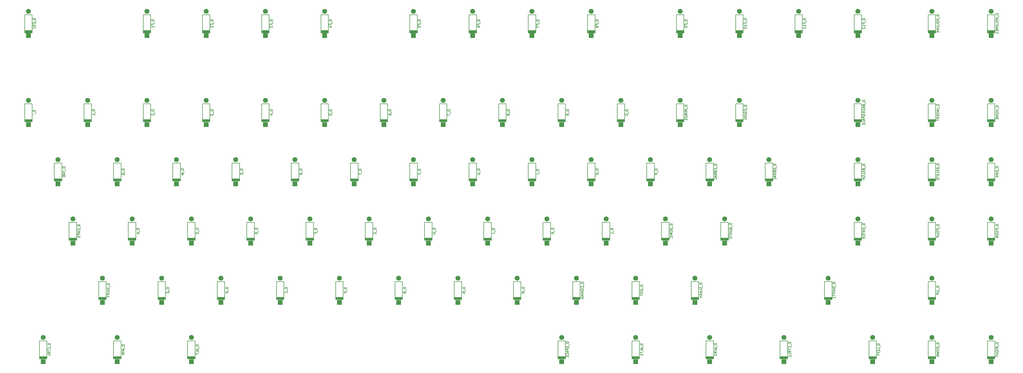
<source format=gbr>
G04 #@! TF.GenerationSoftware,KiCad,Pcbnew,(6.0.7-1)-1*
G04 #@! TF.CreationDate,2022-09-16T09:39:52+09:00*
G04 #@! TF.ProjectId,keyboard,6b657962-6f61-4726-942e-6b696361645f,rev?*
G04 #@! TF.SameCoordinates,Original*
G04 #@! TF.FileFunction,Legend,Top*
G04 #@! TF.FilePolarity,Positive*
%FSLAX46Y46*%
G04 Gerber Fmt 4.6, Leading zero omitted, Abs format (unit mm)*
G04 Created by KiCad (PCBNEW (6.0.7-1)-1) date 2022-09-16 09:39:52*
%MOMM*%
%LPD*%
G01*
G04 APERTURE LIST*
%ADD10C,0.150000*%
%ADD11C,0.200000*%
%ADD12R,1.600000X1.600000*%
%ADD13C,1.600000*%
G04 APERTURE END LIST*
D10*
X98489404Y-132454761D02*
X97689404Y-132454761D01*
X97689404Y-132645238D01*
X97727500Y-132759523D01*
X97803690Y-132835714D01*
X97879880Y-132873809D01*
X98032261Y-132911904D01*
X98146547Y-132911904D01*
X98298928Y-132873809D01*
X98375119Y-132835714D01*
X98451309Y-132759523D01*
X98489404Y-132645238D01*
X98489404Y-132454761D01*
X98565595Y-133064285D02*
X98565595Y-133673809D01*
X97689404Y-133788095D02*
X97689404Y-134321428D01*
X98489404Y-133788095D01*
X98489404Y-134321428D01*
X193739404Y-132416666D02*
X192939404Y-132416666D01*
X192939404Y-132607142D01*
X192977500Y-132721428D01*
X193053690Y-132797619D01*
X193129880Y-132835714D01*
X193282261Y-132873809D01*
X193396547Y-132873809D01*
X193548928Y-132835714D01*
X193625119Y-132797619D01*
X193701309Y-132721428D01*
X193739404Y-132607142D01*
X193739404Y-132416666D01*
X193815595Y-133026190D02*
X193815595Y-133635714D01*
X193739404Y-133826190D02*
X192939404Y-133826190D01*
X193739404Y-134283333D01*
X192939404Y-134283333D01*
X346139404Y-112166666D02*
X345339404Y-112166666D01*
X345339404Y-112357142D01*
X345377500Y-112471428D01*
X345453690Y-112547619D01*
X345529880Y-112585714D01*
X345682261Y-112623809D01*
X345796547Y-112623809D01*
X345948928Y-112585714D01*
X346025119Y-112547619D01*
X346101309Y-112471428D01*
X346139404Y-112357142D01*
X346139404Y-112166666D01*
X346215595Y-112776190D02*
X346215595Y-113385714D01*
X346139404Y-113576190D02*
X345339404Y-113576190D01*
X345339404Y-113880952D01*
X345377500Y-113957142D01*
X345415595Y-113995238D01*
X345491785Y-114033333D01*
X345606071Y-114033333D01*
X345682261Y-113995238D01*
X345720357Y-113957142D01*
X345758452Y-113880952D01*
X345758452Y-113576190D01*
X345377500Y-114795238D02*
X345339404Y-114719047D01*
X345339404Y-114604761D01*
X345377500Y-114490476D01*
X345453690Y-114414285D01*
X345529880Y-114376190D01*
X345682261Y-114338095D01*
X345796547Y-114338095D01*
X345948928Y-114376190D01*
X346025119Y-114414285D01*
X346101309Y-114490476D01*
X346139404Y-114604761D01*
X346139404Y-114680952D01*
X346101309Y-114795238D01*
X346063214Y-114833333D01*
X345796547Y-114833333D01*
X345796547Y-114680952D01*
X345339404Y-115176190D02*
X345987023Y-115176190D01*
X346063214Y-115214285D01*
X346101309Y-115252380D01*
X346139404Y-115328571D01*
X346139404Y-115480952D01*
X346101309Y-115557142D01*
X346063214Y-115595238D01*
X345987023Y-115633333D01*
X345339404Y-115633333D01*
X346139404Y-116014285D02*
X345339404Y-116014285D01*
X345339404Y-116319047D01*
X345377500Y-116395238D01*
X345415595Y-116433333D01*
X345491785Y-116471428D01*
X345606071Y-116471428D01*
X345682261Y-116433333D01*
X345720357Y-116395238D01*
X345758452Y-116319047D01*
X345758452Y-116014285D01*
X274701904Y-92792857D02*
X273901904Y-92792857D01*
X273901904Y-92983333D01*
X273940000Y-93097619D01*
X274016190Y-93173809D01*
X274092380Y-93211904D01*
X274244761Y-93250000D01*
X274359047Y-93250000D01*
X274511428Y-93211904D01*
X274587619Y-93173809D01*
X274663809Y-93097619D01*
X274701904Y-92983333D01*
X274701904Y-92792857D01*
X274778095Y-93402380D02*
X274778095Y-94011904D01*
X274625714Y-94659523D02*
X274663809Y-94621428D01*
X274701904Y-94507142D01*
X274701904Y-94430952D01*
X274663809Y-94316666D01*
X274587619Y-94240476D01*
X274511428Y-94202380D01*
X274359047Y-94164285D01*
X274244761Y-94164285D01*
X274092380Y-94202380D01*
X274016190Y-94240476D01*
X273940000Y-94316666D01*
X273901904Y-94430952D01*
X273901904Y-94507142D01*
X273940000Y-94621428D01*
X273978095Y-94659523D01*
X274282857Y-95269047D02*
X274320952Y-95383333D01*
X274359047Y-95421428D01*
X274435238Y-95459523D01*
X274549523Y-95459523D01*
X274625714Y-95421428D01*
X274663809Y-95383333D01*
X274701904Y-95307142D01*
X274701904Y-95002380D01*
X273901904Y-95002380D01*
X273901904Y-95269047D01*
X273940000Y-95345238D01*
X273978095Y-95383333D01*
X274054285Y-95421428D01*
X274130476Y-95421428D01*
X274206666Y-95383333D01*
X274244761Y-95345238D01*
X274282857Y-95269047D01*
X274282857Y-95002380D01*
X274701904Y-96259523D02*
X274320952Y-95992857D01*
X274701904Y-95802380D02*
X273901904Y-95802380D01*
X273901904Y-96107142D01*
X273940000Y-96183333D01*
X273978095Y-96221428D01*
X274054285Y-96259523D01*
X274168571Y-96259523D01*
X274244761Y-96221428D01*
X274282857Y-96183333D01*
X274320952Y-96107142D01*
X274320952Y-95802380D01*
X274473333Y-96564285D02*
X274473333Y-96945238D01*
X274701904Y-96488095D02*
X273901904Y-96754761D01*
X274701904Y-97021428D01*
X274625714Y-97745238D02*
X274663809Y-97707142D01*
X274701904Y-97592857D01*
X274701904Y-97516666D01*
X274663809Y-97402380D01*
X274587619Y-97326190D01*
X274511428Y-97288095D01*
X274359047Y-97250000D01*
X274244761Y-97250000D01*
X274092380Y-97288095D01*
X274016190Y-97326190D01*
X273940000Y-97402380D01*
X273901904Y-97516666D01*
X273901904Y-97592857D01*
X273940000Y-97707142D01*
X273978095Y-97745238D01*
X365189404Y-93554761D02*
X364389404Y-93554761D01*
X364389404Y-93745238D01*
X364427500Y-93859523D01*
X364503690Y-93935714D01*
X364579880Y-93973809D01*
X364732261Y-94011904D01*
X364846547Y-94011904D01*
X364998928Y-93973809D01*
X365075119Y-93935714D01*
X365151309Y-93859523D01*
X365189404Y-93745238D01*
X365189404Y-93554761D01*
X365265595Y-94164285D02*
X365265595Y-94773809D01*
X364770357Y-94964285D02*
X364770357Y-95230952D01*
X365189404Y-95345238D02*
X365189404Y-94964285D01*
X364389404Y-94964285D01*
X364389404Y-95345238D01*
X365189404Y-95688095D02*
X364389404Y-95688095D01*
X365189404Y-96145238D01*
X364389404Y-96145238D01*
X365189404Y-96526190D02*
X364389404Y-96526190D01*
X364389404Y-96716666D01*
X364427500Y-96830952D01*
X364503690Y-96907142D01*
X364579880Y-96945238D01*
X364732261Y-96983333D01*
X364846547Y-96983333D01*
X364998928Y-96945238D01*
X365075119Y-96907142D01*
X365151309Y-96830952D01*
X365189404Y-96716666D01*
X365189404Y-96526190D01*
X365189404Y-74028571D02*
X364389404Y-74028571D01*
X364389404Y-74219047D01*
X364427500Y-74333333D01*
X364503690Y-74409523D01*
X364579880Y-74447619D01*
X364732261Y-74485714D01*
X364846547Y-74485714D01*
X364998928Y-74447619D01*
X365075119Y-74409523D01*
X365151309Y-74333333D01*
X365189404Y-74219047D01*
X365189404Y-74028571D01*
X365265595Y-74638095D02*
X365265595Y-75247619D01*
X365189404Y-75438095D02*
X364389404Y-75438095D01*
X364770357Y-75438095D02*
X364770357Y-75895238D01*
X365189404Y-75895238D02*
X364389404Y-75895238D01*
X364389404Y-76428571D02*
X364389404Y-76580952D01*
X364427500Y-76657142D01*
X364503690Y-76733333D01*
X364656071Y-76771428D01*
X364922738Y-76771428D01*
X365075119Y-76733333D01*
X365151309Y-76657142D01*
X365189404Y-76580952D01*
X365189404Y-76428571D01*
X365151309Y-76352380D01*
X365075119Y-76276190D01*
X364922738Y-76238095D01*
X364656071Y-76238095D01*
X364503690Y-76276190D01*
X364427500Y-76352380D01*
X364389404Y-76428571D01*
X365189404Y-77114285D02*
X364389404Y-77114285D01*
X364960833Y-77380952D01*
X364389404Y-77647619D01*
X365189404Y-77647619D01*
X364770357Y-78028571D02*
X364770357Y-78295238D01*
X365189404Y-78409523D02*
X365189404Y-78028571D01*
X364389404Y-78028571D01*
X364389404Y-78409523D01*
X146114404Y-113442857D02*
X145314404Y-113442857D01*
X145314404Y-113633333D01*
X145352500Y-113747619D01*
X145428690Y-113823809D01*
X145504880Y-113861904D01*
X145657261Y-113900000D01*
X145771547Y-113900000D01*
X145923928Y-113861904D01*
X146000119Y-113823809D01*
X146076309Y-113747619D01*
X146114404Y-113633333D01*
X146114404Y-113442857D01*
X146190595Y-114052380D02*
X146190595Y-114661904D01*
X145695357Y-115119047D02*
X145695357Y-114852380D01*
X146114404Y-114852380D02*
X145314404Y-114852380D01*
X145314404Y-115233333D01*
X322326904Y-111938095D02*
X321526904Y-111938095D01*
X321526904Y-112128571D01*
X321565000Y-112242857D01*
X321641190Y-112319047D01*
X321717380Y-112357142D01*
X321869761Y-112395238D01*
X321984047Y-112395238D01*
X322136428Y-112357142D01*
X322212619Y-112319047D01*
X322288809Y-112242857D01*
X322326904Y-112128571D01*
X322326904Y-111938095D01*
X322403095Y-112547619D02*
X322403095Y-113157142D01*
X321907857Y-113347619D02*
X321907857Y-113614285D01*
X322326904Y-113728571D02*
X322326904Y-113347619D01*
X321526904Y-113347619D01*
X321526904Y-113728571D01*
X322326904Y-114071428D02*
X321526904Y-114071428D01*
X322326904Y-114528571D01*
X321526904Y-114528571D01*
X321526904Y-114795238D02*
X321526904Y-115252380D01*
X322326904Y-115023809D02*
X321526904Y-115023809D01*
X321907857Y-115519047D02*
X321907857Y-115785714D01*
X322326904Y-115900000D02*
X322326904Y-115519047D01*
X321526904Y-115519047D01*
X321526904Y-115900000D01*
X322326904Y-116700000D02*
X321945952Y-116433333D01*
X322326904Y-116242857D02*
X321526904Y-116242857D01*
X321526904Y-116547619D01*
X321565000Y-116623809D01*
X321603095Y-116661904D01*
X321679285Y-116700000D01*
X321793571Y-116700000D01*
X321869761Y-116661904D01*
X321907857Y-116623809D01*
X321945952Y-116547619D01*
X321945952Y-116242857D01*
X322326904Y-92830952D02*
X321526904Y-92830952D01*
X321526904Y-93021428D01*
X321565000Y-93135714D01*
X321641190Y-93211904D01*
X321717380Y-93250000D01*
X321869761Y-93288095D01*
X321984047Y-93288095D01*
X322136428Y-93250000D01*
X322212619Y-93211904D01*
X322288809Y-93135714D01*
X322326904Y-93021428D01*
X322326904Y-92830952D01*
X322403095Y-93440476D02*
X322403095Y-94050000D01*
X321907857Y-94507142D02*
X321945952Y-94621428D01*
X321984047Y-94659523D01*
X322060238Y-94697619D01*
X322174523Y-94697619D01*
X322250714Y-94659523D01*
X322288809Y-94621428D01*
X322326904Y-94545238D01*
X322326904Y-94240476D01*
X321526904Y-94240476D01*
X321526904Y-94507142D01*
X321565000Y-94583333D01*
X321603095Y-94621428D01*
X321679285Y-94659523D01*
X321755476Y-94659523D01*
X321831666Y-94621428D01*
X321869761Y-94583333D01*
X321907857Y-94507142D01*
X321907857Y-94240476D01*
X322288809Y-95002380D02*
X322326904Y-95116666D01*
X322326904Y-95307142D01*
X322288809Y-95383333D01*
X322250714Y-95421428D01*
X322174523Y-95459523D01*
X322098333Y-95459523D01*
X322022142Y-95421428D01*
X321984047Y-95383333D01*
X321945952Y-95307142D01*
X321907857Y-95154761D01*
X321869761Y-95078571D01*
X321831666Y-95040476D01*
X321755476Y-95002380D01*
X321679285Y-95002380D01*
X321603095Y-95040476D01*
X321565000Y-95078571D01*
X321526904Y-95154761D01*
X321526904Y-95345238D01*
X321565000Y-95459523D01*
X322326904Y-96183333D02*
X322326904Y-95802380D01*
X321526904Y-95802380D01*
X322288809Y-96411904D02*
X322326904Y-96526190D01*
X322326904Y-96716666D01*
X322288809Y-96792857D01*
X322250714Y-96830952D01*
X322174523Y-96869047D01*
X322098333Y-96869047D01*
X322022142Y-96830952D01*
X321984047Y-96792857D01*
X321945952Y-96716666D01*
X321907857Y-96564285D01*
X321869761Y-96488095D01*
X321831666Y-96450000D01*
X321755476Y-96411904D01*
X321679285Y-96411904D01*
X321603095Y-96450000D01*
X321565000Y-96488095D01*
X321526904Y-96564285D01*
X321526904Y-96754761D01*
X321565000Y-96869047D01*
X322326904Y-97211904D02*
X321526904Y-97211904D01*
X321907857Y-97211904D02*
X321907857Y-97669047D01*
X322326904Y-97669047D02*
X321526904Y-97669047D01*
X346139404Y-92621428D02*
X345339404Y-92621428D01*
X345339404Y-92811904D01*
X345377500Y-92926190D01*
X345453690Y-93002380D01*
X345529880Y-93040476D01*
X345682261Y-93078571D01*
X345796547Y-93078571D01*
X345948928Y-93040476D01*
X346025119Y-93002380D01*
X346101309Y-92926190D01*
X346139404Y-92811904D01*
X346139404Y-92621428D01*
X346215595Y-93230952D02*
X346215595Y-93840476D01*
X346139404Y-94030952D02*
X345339404Y-94030952D01*
X345339404Y-94221428D01*
X345377500Y-94335714D01*
X345453690Y-94411904D01*
X345529880Y-94450000D01*
X345682261Y-94488095D01*
X345796547Y-94488095D01*
X345948928Y-94450000D01*
X346025119Y-94411904D01*
X346101309Y-94335714D01*
X346139404Y-94221428D01*
X346139404Y-94030952D01*
X345720357Y-94830952D02*
X345720357Y-95097619D01*
X346139404Y-95211904D02*
X346139404Y-94830952D01*
X345339404Y-94830952D01*
X345339404Y-95211904D01*
X346139404Y-95935714D02*
X346139404Y-95554761D01*
X345339404Y-95554761D01*
X345720357Y-96202380D02*
X345720357Y-96469047D01*
X346139404Y-96583333D02*
X346139404Y-96202380D01*
X345339404Y-96202380D01*
X345339404Y-96583333D01*
X345339404Y-96811904D02*
X345339404Y-97269047D01*
X346139404Y-97040476D02*
X345339404Y-97040476D01*
X345720357Y-97535714D02*
X345720357Y-97802380D01*
X346139404Y-97916666D02*
X346139404Y-97535714D01*
X345339404Y-97535714D01*
X345339404Y-97916666D01*
X241364404Y-113461904D02*
X240564404Y-113461904D01*
X240564404Y-113652380D01*
X240602500Y-113766666D01*
X240678690Y-113842857D01*
X240754880Y-113880952D01*
X240907261Y-113919047D01*
X241021547Y-113919047D01*
X241173928Y-113880952D01*
X241250119Y-113842857D01*
X241326309Y-113766666D01*
X241364404Y-113652380D01*
X241364404Y-113461904D01*
X241440595Y-114071428D02*
X241440595Y-114680952D01*
X241364404Y-115252380D02*
X241364404Y-114871428D01*
X240564404Y-114871428D01*
X231839404Y-130759523D02*
X231039404Y-130759523D01*
X231039404Y-130950000D01*
X231077500Y-131064285D01*
X231153690Y-131140476D01*
X231229880Y-131178571D01*
X231382261Y-131216666D01*
X231496547Y-131216666D01*
X231648928Y-131178571D01*
X231725119Y-131140476D01*
X231801309Y-131064285D01*
X231839404Y-130950000D01*
X231839404Y-130759523D01*
X231915595Y-131369047D02*
X231915595Y-131978571D01*
X231763214Y-132626190D02*
X231801309Y-132588095D01*
X231839404Y-132473809D01*
X231839404Y-132397619D01*
X231801309Y-132283333D01*
X231725119Y-132207142D01*
X231648928Y-132169047D01*
X231496547Y-132130952D01*
X231382261Y-132130952D01*
X231229880Y-132169047D01*
X231153690Y-132207142D01*
X231077500Y-132283333D01*
X231039404Y-132397619D01*
X231039404Y-132473809D01*
X231077500Y-132588095D01*
X231115595Y-132626190D01*
X231039404Y-133121428D02*
X231039404Y-133273809D01*
X231077500Y-133350000D01*
X231153690Y-133426190D01*
X231306071Y-133464285D01*
X231572738Y-133464285D01*
X231725119Y-133426190D01*
X231801309Y-133350000D01*
X231839404Y-133273809D01*
X231839404Y-133121428D01*
X231801309Y-133045238D01*
X231725119Y-132969047D01*
X231572738Y-132930952D01*
X231306071Y-132930952D01*
X231153690Y-132969047D01*
X231077500Y-133045238D01*
X231039404Y-133121428D01*
X231839404Y-133807142D02*
X231039404Y-133807142D01*
X231610833Y-134073809D01*
X231039404Y-134340476D01*
X231839404Y-134340476D01*
X231839404Y-134721428D02*
X231039404Y-134721428D01*
X231610833Y-134988095D01*
X231039404Y-135254761D01*
X231839404Y-135254761D01*
X231610833Y-135597619D02*
X231610833Y-135978571D01*
X231839404Y-135521428D02*
X231039404Y-135788095D01*
X231839404Y-136054761D01*
X322326904Y-72257142D02*
X321526904Y-72257142D01*
X321526904Y-72447619D01*
X321565000Y-72561904D01*
X321641190Y-72638095D01*
X321717380Y-72676190D01*
X321869761Y-72714285D01*
X321984047Y-72714285D01*
X322136428Y-72676190D01*
X322212619Y-72638095D01*
X322288809Y-72561904D01*
X322326904Y-72447619D01*
X322326904Y-72257142D01*
X322403095Y-72866666D02*
X322403095Y-73476190D01*
X321907857Y-73933333D02*
X321945952Y-74047619D01*
X321984047Y-74085714D01*
X322060238Y-74123809D01*
X322174523Y-74123809D01*
X322250714Y-74085714D01*
X322288809Y-74047619D01*
X322326904Y-73971428D01*
X322326904Y-73666666D01*
X321526904Y-73666666D01*
X321526904Y-73933333D01*
X321565000Y-74009523D01*
X321603095Y-74047619D01*
X321679285Y-74085714D01*
X321755476Y-74085714D01*
X321831666Y-74047619D01*
X321869761Y-74009523D01*
X321907857Y-73933333D01*
X321907857Y-73666666D01*
X322098333Y-74428571D02*
X322098333Y-74809523D01*
X322326904Y-74352380D02*
X321526904Y-74619047D01*
X322326904Y-74885714D01*
X322250714Y-75609523D02*
X322288809Y-75571428D01*
X322326904Y-75457142D01*
X322326904Y-75380952D01*
X322288809Y-75266666D01*
X322212619Y-75190476D01*
X322136428Y-75152380D01*
X321984047Y-75114285D01*
X321869761Y-75114285D01*
X321717380Y-75152380D01*
X321641190Y-75190476D01*
X321565000Y-75266666D01*
X321526904Y-75380952D01*
X321526904Y-75457142D01*
X321565000Y-75571428D01*
X321603095Y-75609523D01*
X322326904Y-75952380D02*
X321526904Y-75952380D01*
X322326904Y-76409523D02*
X321869761Y-76066666D01*
X321526904Y-76409523D02*
X321984047Y-75952380D01*
X322288809Y-76714285D02*
X322326904Y-76828571D01*
X322326904Y-77019047D01*
X322288809Y-77095238D01*
X322250714Y-77133333D01*
X322174523Y-77171428D01*
X322098333Y-77171428D01*
X322022142Y-77133333D01*
X321984047Y-77095238D01*
X321945952Y-77019047D01*
X321907857Y-76866666D01*
X321869761Y-76790476D01*
X321831666Y-76752380D01*
X321755476Y-76714285D01*
X321679285Y-76714285D01*
X321603095Y-76752380D01*
X321565000Y-76790476D01*
X321526904Y-76866666D01*
X321526904Y-77057142D01*
X321565000Y-77171428D01*
X322326904Y-77514285D02*
X321526904Y-77514285D01*
X321526904Y-77819047D01*
X321565000Y-77895238D01*
X321603095Y-77933333D01*
X321679285Y-77971428D01*
X321793571Y-77971428D01*
X321869761Y-77933333D01*
X321907857Y-77895238D01*
X321945952Y-77819047D01*
X321945952Y-77514285D01*
X322098333Y-78276190D02*
X322098333Y-78657142D01*
X322326904Y-78200000D02*
X321526904Y-78466666D01*
X322326904Y-78733333D01*
X322250714Y-79457142D02*
X322288809Y-79419047D01*
X322326904Y-79304761D01*
X322326904Y-79228571D01*
X322288809Y-79114285D01*
X322212619Y-79038095D01*
X322136428Y-79000000D01*
X321984047Y-78961904D01*
X321869761Y-78961904D01*
X321717380Y-79000000D01*
X321641190Y-79038095D01*
X321565000Y-79114285D01*
X321526904Y-79228571D01*
X321526904Y-79304761D01*
X321565000Y-79419047D01*
X321603095Y-79457142D01*
X321907857Y-79800000D02*
X321907857Y-80066666D01*
X322326904Y-80180952D02*
X322326904Y-79800000D01*
X321526904Y-79800000D01*
X321526904Y-80180952D01*
X303276904Y-46005952D02*
X302476904Y-46005952D01*
X302476904Y-46196428D01*
X302515000Y-46310714D01*
X302591190Y-46386904D01*
X302667380Y-46425000D01*
X302819761Y-46463095D01*
X302934047Y-46463095D01*
X303086428Y-46425000D01*
X303162619Y-46386904D01*
X303238809Y-46310714D01*
X303276904Y-46196428D01*
X303276904Y-46005952D01*
X303353095Y-46615476D02*
X303353095Y-47225000D01*
X302857857Y-47682142D02*
X302857857Y-47415476D01*
X303276904Y-47415476D02*
X302476904Y-47415476D01*
X302476904Y-47796428D01*
X303276904Y-48520238D02*
X303276904Y-48063095D01*
X303276904Y-48291666D02*
X302476904Y-48291666D01*
X302591190Y-48215476D01*
X302667380Y-48139285D01*
X302705476Y-48063095D01*
X303276904Y-49282142D02*
X303276904Y-48825000D01*
X303276904Y-49053571D02*
X302476904Y-49053571D01*
X302591190Y-48977380D01*
X302667380Y-48901190D01*
X302705476Y-48825000D01*
X108014404Y-113404761D02*
X107214404Y-113404761D01*
X107214404Y-113595238D01*
X107252500Y-113709523D01*
X107328690Y-113785714D01*
X107404880Y-113823809D01*
X107557261Y-113861904D01*
X107671547Y-113861904D01*
X107823928Y-113823809D01*
X107900119Y-113785714D01*
X107976309Y-113709523D01*
X108014404Y-113595238D01*
X108014404Y-113404761D01*
X108090595Y-114014285D02*
X108090595Y-114623809D01*
X107976309Y-114776190D02*
X108014404Y-114890476D01*
X108014404Y-115080952D01*
X107976309Y-115157142D01*
X107938214Y-115195238D01*
X107862023Y-115233333D01*
X107785833Y-115233333D01*
X107709642Y-115195238D01*
X107671547Y-115157142D01*
X107633452Y-115080952D01*
X107595357Y-114928571D01*
X107557261Y-114852380D01*
X107519166Y-114814285D01*
X107442976Y-114776190D01*
X107366785Y-114776190D01*
X107290595Y-114814285D01*
X107252500Y-114852380D01*
X107214404Y-114928571D01*
X107214404Y-115119047D01*
X107252500Y-115233333D01*
X74676904Y-75304761D02*
X73876904Y-75304761D01*
X73876904Y-75495238D01*
X73915000Y-75609523D01*
X73991190Y-75685714D01*
X74067380Y-75723809D01*
X74219761Y-75761904D01*
X74334047Y-75761904D01*
X74486428Y-75723809D01*
X74562619Y-75685714D01*
X74638809Y-75609523D01*
X74676904Y-75495238D01*
X74676904Y-75304761D01*
X74753095Y-75914285D02*
X74753095Y-76523809D01*
X74676904Y-77133333D02*
X74676904Y-76676190D01*
X74676904Y-76904761D02*
X73876904Y-76904761D01*
X73991190Y-76828571D01*
X74067380Y-76752380D01*
X74105476Y-76676190D01*
X127064404Y-113385714D02*
X126264404Y-113385714D01*
X126264404Y-113576190D01*
X126302500Y-113690476D01*
X126378690Y-113766666D01*
X126454880Y-113804761D01*
X126607261Y-113842857D01*
X126721547Y-113842857D01*
X126873928Y-113804761D01*
X126950119Y-113766666D01*
X127026309Y-113690476D01*
X127064404Y-113576190D01*
X127064404Y-113385714D01*
X127140595Y-113995238D02*
X127140595Y-114604761D01*
X127064404Y-114795238D02*
X126264404Y-114795238D01*
X126264404Y-114985714D01*
X126302500Y-115100000D01*
X126378690Y-115176190D01*
X126454880Y-115214285D01*
X126607261Y-115252380D01*
X126721547Y-115252380D01*
X126873928Y-115214285D01*
X126950119Y-115176190D01*
X127026309Y-115100000D01*
X127064404Y-114985714D01*
X127064404Y-114795238D01*
X269939404Y-130988095D02*
X269139404Y-130988095D01*
X269139404Y-131178571D01*
X269177500Y-131292857D01*
X269253690Y-131369047D01*
X269329880Y-131407142D01*
X269482261Y-131445238D01*
X269596547Y-131445238D01*
X269748928Y-131407142D01*
X269825119Y-131369047D01*
X269901309Y-131292857D01*
X269939404Y-131178571D01*
X269939404Y-130988095D01*
X270015595Y-131597619D02*
X270015595Y-132207142D01*
X269901309Y-132359523D02*
X269939404Y-132473809D01*
X269939404Y-132664285D01*
X269901309Y-132740476D01*
X269863214Y-132778571D01*
X269787023Y-132816666D01*
X269710833Y-132816666D01*
X269634642Y-132778571D01*
X269596547Y-132740476D01*
X269558452Y-132664285D01*
X269520357Y-132511904D01*
X269482261Y-132435714D01*
X269444166Y-132397619D01*
X269367976Y-132359523D01*
X269291785Y-132359523D01*
X269215595Y-132397619D01*
X269177500Y-132435714D01*
X269139404Y-132511904D01*
X269139404Y-132702380D01*
X269177500Y-132816666D01*
X269939404Y-133540476D02*
X269939404Y-133159523D01*
X269139404Y-133159523D01*
X269710833Y-133769047D02*
X269710833Y-134150000D01*
X269939404Y-133692857D02*
X269139404Y-133959523D01*
X269939404Y-134226190D01*
X269901309Y-134454761D02*
X269939404Y-134569047D01*
X269939404Y-134759523D01*
X269901309Y-134835714D01*
X269863214Y-134873809D01*
X269787023Y-134911904D01*
X269710833Y-134911904D01*
X269634642Y-134873809D01*
X269596547Y-134835714D01*
X269558452Y-134759523D01*
X269520357Y-134607142D01*
X269482261Y-134530952D01*
X269444166Y-134492857D01*
X269367976Y-134454761D01*
X269291785Y-134454761D01*
X269215595Y-134492857D01*
X269177500Y-134530952D01*
X269139404Y-134607142D01*
X269139404Y-134797619D01*
X269177500Y-134911904D01*
X269939404Y-135254761D02*
X269139404Y-135254761D01*
X269520357Y-135254761D02*
X269520357Y-135711904D01*
X269939404Y-135711904D02*
X269139404Y-135711904D01*
X131826904Y-75304761D02*
X131026904Y-75304761D01*
X131026904Y-75495238D01*
X131065000Y-75609523D01*
X131141190Y-75685714D01*
X131217380Y-75723809D01*
X131369761Y-75761904D01*
X131484047Y-75761904D01*
X131636428Y-75723809D01*
X131712619Y-75685714D01*
X131788809Y-75609523D01*
X131826904Y-75495238D01*
X131826904Y-75304761D01*
X131903095Y-75914285D02*
X131903095Y-76523809D01*
X131293571Y-77057142D02*
X131826904Y-77057142D01*
X130988809Y-76866666D02*
X131560238Y-76676190D01*
X131560238Y-77171428D01*
X60389404Y-150457142D02*
X59589404Y-150457142D01*
X59589404Y-150647619D01*
X59627500Y-150761904D01*
X59703690Y-150838095D01*
X59779880Y-150876190D01*
X59932261Y-150914285D01*
X60046547Y-150914285D01*
X60198928Y-150876190D01*
X60275119Y-150838095D01*
X60351309Y-150761904D01*
X60389404Y-150647619D01*
X60389404Y-150457142D01*
X60465595Y-151066666D02*
X60465595Y-151676190D01*
X60313214Y-152323809D02*
X60351309Y-152285714D01*
X60389404Y-152171428D01*
X60389404Y-152095238D01*
X60351309Y-151980952D01*
X60275119Y-151904761D01*
X60198928Y-151866666D01*
X60046547Y-151828571D01*
X59932261Y-151828571D01*
X59779880Y-151866666D01*
X59703690Y-151904761D01*
X59627500Y-151980952D01*
X59589404Y-152095238D01*
X59589404Y-152171428D01*
X59627500Y-152285714D01*
X59665595Y-152323809D01*
X59589404Y-152552380D02*
X59589404Y-153009523D01*
X60389404Y-152780952D02*
X59589404Y-152780952D01*
X60389404Y-153733333D02*
X60008452Y-153466666D01*
X60389404Y-153276190D02*
X59589404Y-153276190D01*
X59589404Y-153580952D01*
X59627500Y-153657142D01*
X59665595Y-153695238D01*
X59741785Y-153733333D01*
X59856071Y-153733333D01*
X59932261Y-153695238D01*
X59970357Y-153657142D01*
X60008452Y-153580952D01*
X60008452Y-153276190D01*
X60389404Y-154457142D02*
X60389404Y-154076190D01*
X59589404Y-154076190D01*
X322326904Y-46005952D02*
X321526904Y-46005952D01*
X321526904Y-46196428D01*
X321565000Y-46310714D01*
X321641190Y-46386904D01*
X321717380Y-46425000D01*
X321869761Y-46463095D01*
X321984047Y-46463095D01*
X322136428Y-46425000D01*
X322212619Y-46386904D01*
X322288809Y-46310714D01*
X322326904Y-46196428D01*
X322326904Y-46005952D01*
X322403095Y-46615476D02*
X322403095Y-47225000D01*
X321907857Y-47682142D02*
X321907857Y-47415476D01*
X322326904Y-47415476D02*
X321526904Y-47415476D01*
X321526904Y-47796428D01*
X322326904Y-48520238D02*
X322326904Y-48063095D01*
X322326904Y-48291666D02*
X321526904Y-48291666D01*
X321641190Y-48215476D01*
X321717380Y-48139285D01*
X321755476Y-48063095D01*
X321603095Y-48825000D02*
X321565000Y-48863095D01*
X321526904Y-48939285D01*
X321526904Y-49129761D01*
X321565000Y-49205952D01*
X321603095Y-49244047D01*
X321679285Y-49282142D01*
X321755476Y-49282142D01*
X321869761Y-49244047D01*
X322326904Y-48786904D01*
X322326904Y-49282142D01*
X150876904Y-46386904D02*
X150076904Y-46386904D01*
X150076904Y-46577380D01*
X150115000Y-46691666D01*
X150191190Y-46767857D01*
X150267380Y-46805952D01*
X150419761Y-46844047D01*
X150534047Y-46844047D01*
X150686428Y-46805952D01*
X150762619Y-46767857D01*
X150838809Y-46691666D01*
X150876904Y-46577380D01*
X150876904Y-46386904D01*
X150953095Y-46996428D02*
X150953095Y-47605952D01*
X150457857Y-48063095D02*
X150457857Y-47796428D01*
X150876904Y-47796428D02*
X150076904Y-47796428D01*
X150076904Y-48177380D01*
X150343571Y-48825000D02*
X150876904Y-48825000D01*
X150038809Y-48634523D02*
X150610238Y-48444047D01*
X150610238Y-48939285D01*
X260414404Y-111995238D02*
X259614404Y-111995238D01*
X259614404Y-112185714D01*
X259652500Y-112300000D01*
X259728690Y-112376190D01*
X259804880Y-112414285D01*
X259957261Y-112452380D01*
X260071547Y-112452380D01*
X260223928Y-112414285D01*
X260300119Y-112376190D01*
X260376309Y-112300000D01*
X260414404Y-112185714D01*
X260414404Y-111995238D01*
X260490595Y-112604761D02*
X260490595Y-113214285D01*
X260376309Y-113366666D02*
X260414404Y-113480952D01*
X260414404Y-113671428D01*
X260376309Y-113747619D01*
X260338214Y-113785714D01*
X260262023Y-113823809D01*
X260185833Y-113823809D01*
X260109642Y-113785714D01*
X260071547Y-113747619D01*
X260033452Y-113671428D01*
X259995357Y-113519047D01*
X259957261Y-113442857D01*
X259919166Y-113404761D01*
X259842976Y-113366666D01*
X259766785Y-113366666D01*
X259690595Y-113404761D01*
X259652500Y-113442857D01*
X259614404Y-113519047D01*
X259614404Y-113709523D01*
X259652500Y-113823809D01*
X259995357Y-114166666D02*
X259995357Y-114433333D01*
X260414404Y-114547619D02*
X260414404Y-114166666D01*
X259614404Y-114166666D01*
X259614404Y-114547619D01*
X260414404Y-114890476D02*
X259614404Y-114890476D01*
X260185833Y-115157142D01*
X259614404Y-115423809D01*
X260414404Y-115423809D01*
X260414404Y-115804761D02*
X259614404Y-115804761D01*
X260338214Y-116642857D02*
X260376309Y-116604761D01*
X260414404Y-116490476D01*
X260414404Y-116414285D01*
X260376309Y-116300000D01*
X260300119Y-116223809D01*
X260223928Y-116185714D01*
X260071547Y-116147619D01*
X259957261Y-116147619D01*
X259804880Y-116185714D01*
X259728690Y-116223809D01*
X259652500Y-116300000D01*
X259614404Y-116414285D01*
X259614404Y-116490476D01*
X259652500Y-116604761D01*
X259690595Y-116642857D01*
X112776904Y-75304761D02*
X111976904Y-75304761D01*
X111976904Y-75495238D01*
X112015000Y-75609523D01*
X112091190Y-75685714D01*
X112167380Y-75723809D01*
X112319761Y-75761904D01*
X112434047Y-75761904D01*
X112586428Y-75723809D01*
X112662619Y-75685714D01*
X112738809Y-75609523D01*
X112776904Y-75495238D01*
X112776904Y-75304761D01*
X112853095Y-75914285D02*
X112853095Y-76523809D01*
X111976904Y-76638095D02*
X111976904Y-77133333D01*
X112281666Y-76866666D01*
X112281666Y-76980952D01*
X112319761Y-77057142D01*
X112357857Y-77095238D01*
X112434047Y-77133333D01*
X112624523Y-77133333D01*
X112700714Y-77095238D01*
X112738809Y-77057142D01*
X112776904Y-76980952D01*
X112776904Y-76752380D01*
X112738809Y-76676190D01*
X112700714Y-76638095D01*
X293751904Y-92773809D02*
X292951904Y-92773809D01*
X292951904Y-92964285D01*
X292990000Y-93078571D01*
X293066190Y-93154761D01*
X293142380Y-93192857D01*
X293294761Y-93230952D01*
X293409047Y-93230952D01*
X293561428Y-93192857D01*
X293637619Y-93154761D01*
X293713809Y-93078571D01*
X293751904Y-92964285D01*
X293751904Y-92773809D01*
X293828095Y-93383333D02*
X293828095Y-93992857D01*
X292951904Y-94335714D02*
X292951904Y-94488095D01*
X292990000Y-94564285D01*
X293066190Y-94640476D01*
X293218571Y-94678571D01*
X293485238Y-94678571D01*
X293637619Y-94640476D01*
X293713809Y-94564285D01*
X293751904Y-94488095D01*
X293751904Y-94335714D01*
X293713809Y-94259523D01*
X293637619Y-94183333D01*
X293485238Y-94145238D01*
X293218571Y-94145238D01*
X293066190Y-94183333D01*
X292990000Y-94259523D01*
X292951904Y-94335714D01*
X293332857Y-95288095D02*
X293370952Y-95402380D01*
X293409047Y-95440476D01*
X293485238Y-95478571D01*
X293599523Y-95478571D01*
X293675714Y-95440476D01*
X293713809Y-95402380D01*
X293751904Y-95326190D01*
X293751904Y-95021428D01*
X292951904Y-95021428D01*
X292951904Y-95288095D01*
X292990000Y-95364285D01*
X293028095Y-95402380D01*
X293104285Y-95440476D01*
X293180476Y-95440476D01*
X293256666Y-95402380D01*
X293294761Y-95364285D01*
X293332857Y-95288095D01*
X293332857Y-95021428D01*
X293751904Y-96278571D02*
X293370952Y-96011904D01*
X293751904Y-95821428D02*
X292951904Y-95821428D01*
X292951904Y-96126190D01*
X292990000Y-96202380D01*
X293028095Y-96240476D01*
X293104285Y-96278571D01*
X293218571Y-96278571D01*
X293294761Y-96240476D01*
X293332857Y-96202380D01*
X293370952Y-96126190D01*
X293370952Y-95821428D01*
X293523333Y-96583333D02*
X293523333Y-96964285D01*
X293751904Y-96507142D02*
X292951904Y-96773809D01*
X293751904Y-97040476D01*
X293675714Y-97764285D02*
X293713809Y-97726190D01*
X293751904Y-97611904D01*
X293751904Y-97535714D01*
X293713809Y-97421428D01*
X293637619Y-97345238D01*
X293561428Y-97307142D01*
X293409047Y-97269047D01*
X293294761Y-97269047D01*
X293142380Y-97307142D01*
X293066190Y-97345238D01*
X292990000Y-97421428D01*
X292951904Y-97535714D01*
X292951904Y-97611904D01*
X292990000Y-97726190D01*
X293028095Y-97764285D01*
X184214404Y-113366666D02*
X183414404Y-113366666D01*
X183414404Y-113557142D01*
X183452500Y-113671428D01*
X183528690Y-113747619D01*
X183604880Y-113785714D01*
X183757261Y-113823809D01*
X183871547Y-113823809D01*
X184023928Y-113785714D01*
X184100119Y-113747619D01*
X184176309Y-113671428D01*
X184214404Y-113557142D01*
X184214404Y-113366666D01*
X184290595Y-113976190D02*
X184290595Y-114585714D01*
X184214404Y-114776190D02*
X183414404Y-114776190D01*
X183795357Y-114776190D02*
X183795357Y-115233333D01*
X184214404Y-115233333D02*
X183414404Y-115233333D01*
X284226904Y-73819047D02*
X283426904Y-73819047D01*
X283426904Y-74009523D01*
X283465000Y-74123809D01*
X283541190Y-74200000D01*
X283617380Y-74238095D01*
X283769761Y-74276190D01*
X283884047Y-74276190D01*
X284036428Y-74238095D01*
X284112619Y-74200000D01*
X284188809Y-74123809D01*
X284226904Y-74009523D01*
X284226904Y-73819047D01*
X284303095Y-74428571D02*
X284303095Y-75038095D01*
X283807857Y-75228571D02*
X283807857Y-75495238D01*
X284226904Y-75609523D02*
X284226904Y-75228571D01*
X283426904Y-75228571D01*
X283426904Y-75609523D01*
X284303095Y-76485714D02*
X284265000Y-76409523D01*
X284188809Y-76333333D01*
X284074523Y-76219047D01*
X284036428Y-76142857D01*
X284036428Y-76066666D01*
X284226904Y-76104761D02*
X284188809Y-76028571D01*
X284112619Y-75952380D01*
X283960238Y-75914285D01*
X283693571Y-75914285D01*
X283541190Y-75952380D01*
X283465000Y-76028571D01*
X283426904Y-76104761D01*
X283426904Y-76257142D01*
X283465000Y-76333333D01*
X283541190Y-76409523D01*
X283693571Y-76447619D01*
X283960238Y-76447619D01*
X284112619Y-76409523D01*
X284188809Y-76333333D01*
X284226904Y-76257142D01*
X284226904Y-76104761D01*
X283426904Y-76790476D02*
X284074523Y-76790476D01*
X284150714Y-76828571D01*
X284188809Y-76866666D01*
X284226904Y-76942857D01*
X284226904Y-77095238D01*
X284188809Y-77171428D01*
X284150714Y-77209523D01*
X284074523Y-77247619D01*
X283426904Y-77247619D01*
X283998333Y-77590476D02*
X283998333Y-77971428D01*
X284226904Y-77514285D02*
X283426904Y-77780952D01*
X284226904Y-78047619D01*
X284226904Y-78695238D02*
X284226904Y-78314285D01*
X283426904Y-78314285D01*
X150876904Y-75304761D02*
X150076904Y-75304761D01*
X150076904Y-75495238D01*
X150115000Y-75609523D01*
X150191190Y-75685714D01*
X150267380Y-75723809D01*
X150419761Y-75761904D01*
X150534047Y-75761904D01*
X150686428Y-75723809D01*
X150762619Y-75685714D01*
X150838809Y-75609523D01*
X150876904Y-75495238D01*
X150876904Y-75304761D01*
X150953095Y-75914285D02*
X150953095Y-76523809D01*
X150076904Y-77095238D02*
X150076904Y-76714285D01*
X150457857Y-76676190D01*
X150419761Y-76714285D01*
X150381666Y-76790476D01*
X150381666Y-76980952D01*
X150419761Y-77057142D01*
X150457857Y-77095238D01*
X150534047Y-77133333D01*
X150724523Y-77133333D01*
X150800714Y-77095238D01*
X150838809Y-77057142D01*
X150876904Y-76980952D01*
X150876904Y-76790476D01*
X150838809Y-76714285D01*
X150800714Y-76676190D01*
X103251904Y-94278571D02*
X102451904Y-94278571D01*
X102451904Y-94469047D01*
X102490000Y-94583333D01*
X102566190Y-94659523D01*
X102642380Y-94697619D01*
X102794761Y-94735714D01*
X102909047Y-94735714D01*
X103061428Y-94697619D01*
X103137619Y-94659523D01*
X103213809Y-94583333D01*
X103251904Y-94469047D01*
X103251904Y-94278571D01*
X103328095Y-94888095D02*
X103328095Y-95497619D01*
X102451904Y-95611904D02*
X103251904Y-95802380D01*
X102680476Y-95954761D01*
X103251904Y-96107142D01*
X102451904Y-96297619D01*
X250889404Y-150533333D02*
X250089404Y-150533333D01*
X250089404Y-150723809D01*
X250127500Y-150838095D01*
X250203690Y-150914285D01*
X250279880Y-150952380D01*
X250432261Y-150990476D01*
X250546547Y-150990476D01*
X250698928Y-150952380D01*
X250775119Y-150914285D01*
X250851309Y-150838095D01*
X250889404Y-150723809D01*
X250889404Y-150533333D01*
X250965595Y-151142857D02*
X250965595Y-151752380D01*
X250660833Y-151904761D02*
X250660833Y-152285714D01*
X250889404Y-151828571D02*
X250089404Y-152095238D01*
X250889404Y-152361904D01*
X250889404Y-153009523D02*
X250889404Y-152628571D01*
X250089404Y-152628571D01*
X250089404Y-153161904D02*
X250089404Y-153619047D01*
X250889404Y-153390476D02*
X250089404Y-153390476D01*
X250889404Y-154304761D02*
X250889404Y-153847619D01*
X250889404Y-154076190D02*
X250089404Y-154076190D01*
X250203690Y-154000000D01*
X250279880Y-153923809D01*
X250317976Y-153847619D01*
X79439404Y-131197619D02*
X78639404Y-131197619D01*
X78639404Y-131388095D01*
X78677500Y-131502380D01*
X78753690Y-131578571D01*
X78829880Y-131616666D01*
X78982261Y-131654761D01*
X79096547Y-131654761D01*
X79248928Y-131616666D01*
X79325119Y-131578571D01*
X79401309Y-131502380D01*
X79439404Y-131388095D01*
X79439404Y-131197619D01*
X79515595Y-131807142D02*
X79515595Y-132416666D01*
X79401309Y-132569047D02*
X79439404Y-132683333D01*
X79439404Y-132873809D01*
X79401309Y-132950000D01*
X79363214Y-132988095D01*
X79287023Y-133026190D01*
X79210833Y-133026190D01*
X79134642Y-132988095D01*
X79096547Y-132950000D01*
X79058452Y-132873809D01*
X79020357Y-132721428D01*
X78982261Y-132645238D01*
X78944166Y-132607142D01*
X78867976Y-132569047D01*
X78791785Y-132569047D01*
X78715595Y-132607142D01*
X78677500Y-132645238D01*
X78639404Y-132721428D01*
X78639404Y-132911904D01*
X78677500Y-133026190D01*
X79439404Y-133369047D02*
X78639404Y-133369047D01*
X79020357Y-133369047D02*
X79020357Y-133826190D01*
X79439404Y-133826190D02*
X78639404Y-133826190D01*
X79439404Y-134207142D02*
X78639404Y-134207142D01*
X79020357Y-134854761D02*
X79020357Y-134588095D01*
X79439404Y-134588095D02*
X78639404Y-134588095D01*
X78639404Y-134969047D01*
X78639404Y-135159523D02*
X78639404Y-135616666D01*
X79439404Y-135388095D02*
X78639404Y-135388095D01*
X250889404Y-131711904D02*
X250089404Y-131711904D01*
X250089404Y-131902380D01*
X250127500Y-132016666D01*
X250203690Y-132092857D01*
X250279880Y-132130952D01*
X250432261Y-132169047D01*
X250546547Y-132169047D01*
X250698928Y-132130952D01*
X250775119Y-132092857D01*
X250851309Y-132016666D01*
X250889404Y-131902380D01*
X250889404Y-131711904D01*
X250965595Y-132321428D02*
X250965595Y-132930952D01*
X250889404Y-133121428D02*
X250089404Y-133121428D01*
X250089404Y-133311904D01*
X250127500Y-133426190D01*
X250203690Y-133502380D01*
X250279880Y-133540476D01*
X250432261Y-133578571D01*
X250546547Y-133578571D01*
X250698928Y-133540476D01*
X250775119Y-133502380D01*
X250851309Y-133426190D01*
X250889404Y-133311904D01*
X250889404Y-133121428D01*
X250089404Y-134073809D02*
X250089404Y-134226190D01*
X250127500Y-134302380D01*
X250203690Y-134378571D01*
X250356071Y-134416666D01*
X250622738Y-134416666D01*
X250775119Y-134378571D01*
X250851309Y-134302380D01*
X250889404Y-134226190D01*
X250889404Y-134073809D01*
X250851309Y-133997619D01*
X250775119Y-133921428D01*
X250622738Y-133883333D01*
X250356071Y-133883333D01*
X250203690Y-133921428D01*
X250127500Y-133997619D01*
X250089404Y-134073809D01*
X250089404Y-134645238D02*
X250089404Y-135102380D01*
X250889404Y-134873809D02*
X250089404Y-134873809D01*
X365189404Y-112166666D02*
X364389404Y-112166666D01*
X364389404Y-112357142D01*
X364427500Y-112471428D01*
X364503690Y-112547619D01*
X364579880Y-112585714D01*
X364732261Y-112623809D01*
X364846547Y-112623809D01*
X364998928Y-112585714D01*
X365075119Y-112547619D01*
X365151309Y-112471428D01*
X365189404Y-112357142D01*
X365189404Y-112166666D01*
X365265595Y-112776190D02*
X365265595Y-113385714D01*
X365189404Y-113576190D02*
X364389404Y-113576190D01*
X364389404Y-113880952D01*
X364427500Y-113957142D01*
X364465595Y-113995238D01*
X364541785Y-114033333D01*
X364656071Y-114033333D01*
X364732261Y-113995238D01*
X364770357Y-113957142D01*
X364808452Y-113880952D01*
X364808452Y-113576190D01*
X364427500Y-114795238D02*
X364389404Y-114719047D01*
X364389404Y-114604761D01*
X364427500Y-114490476D01*
X364503690Y-114414285D01*
X364579880Y-114376190D01*
X364732261Y-114338095D01*
X364846547Y-114338095D01*
X364998928Y-114376190D01*
X365075119Y-114414285D01*
X365151309Y-114490476D01*
X365189404Y-114604761D01*
X365189404Y-114680952D01*
X365151309Y-114795238D01*
X365113214Y-114833333D01*
X364846547Y-114833333D01*
X364846547Y-114680952D01*
X365189404Y-115176190D02*
X364389404Y-115176190D01*
X364389404Y-115366666D01*
X364427500Y-115480952D01*
X364503690Y-115557142D01*
X364579880Y-115595238D01*
X364732261Y-115633333D01*
X364846547Y-115633333D01*
X364998928Y-115595238D01*
X365075119Y-115557142D01*
X365151309Y-115480952D01*
X365189404Y-115366666D01*
X365189404Y-115176190D01*
X365189404Y-115976190D02*
X364389404Y-115976190D01*
X365189404Y-116433333D01*
X364389404Y-116433333D01*
X279464404Y-111861904D02*
X278664404Y-111861904D01*
X278664404Y-112052380D01*
X278702500Y-112166666D01*
X278778690Y-112242857D01*
X278854880Y-112280952D01*
X279007261Y-112319047D01*
X279121547Y-112319047D01*
X279273928Y-112280952D01*
X279350119Y-112242857D01*
X279426309Y-112166666D01*
X279464404Y-112052380D01*
X279464404Y-111861904D01*
X279540595Y-112471428D02*
X279540595Y-113080952D01*
X279540595Y-113804761D02*
X279502500Y-113728571D01*
X279426309Y-113652380D01*
X279312023Y-113538095D01*
X279273928Y-113461904D01*
X279273928Y-113385714D01*
X279464404Y-113423809D02*
X279426309Y-113347619D01*
X279350119Y-113271428D01*
X279197738Y-113233333D01*
X278931071Y-113233333D01*
X278778690Y-113271428D01*
X278702500Y-113347619D01*
X278664404Y-113423809D01*
X278664404Y-113576190D01*
X278702500Y-113652380D01*
X278778690Y-113728571D01*
X278931071Y-113766666D01*
X279197738Y-113766666D01*
X279350119Y-113728571D01*
X279426309Y-113652380D01*
X279464404Y-113576190D01*
X279464404Y-113423809D01*
X278664404Y-114109523D02*
X279312023Y-114109523D01*
X279388214Y-114147619D01*
X279426309Y-114185714D01*
X279464404Y-114261904D01*
X279464404Y-114414285D01*
X279426309Y-114490476D01*
X279388214Y-114528571D01*
X279312023Y-114566666D01*
X278664404Y-114566666D01*
X278664404Y-115100000D02*
X278664404Y-115252380D01*
X278702500Y-115328571D01*
X278778690Y-115404761D01*
X278931071Y-115442857D01*
X279197738Y-115442857D01*
X279350119Y-115404761D01*
X279426309Y-115328571D01*
X279464404Y-115252380D01*
X279464404Y-115100000D01*
X279426309Y-115023809D01*
X279350119Y-114947619D01*
X279197738Y-114909523D01*
X278931071Y-114909523D01*
X278778690Y-114947619D01*
X278702500Y-115023809D01*
X278664404Y-115100000D01*
X278664404Y-115671428D02*
X278664404Y-116128571D01*
X279464404Y-115900000D02*
X278664404Y-115900000D01*
X279045357Y-116395238D02*
X279045357Y-116661904D01*
X279464404Y-116776190D02*
X279464404Y-116395238D01*
X278664404Y-116395238D01*
X278664404Y-116776190D01*
X131826904Y-46386904D02*
X131026904Y-46386904D01*
X131026904Y-46577380D01*
X131065000Y-46691666D01*
X131141190Y-46767857D01*
X131217380Y-46805952D01*
X131369761Y-46844047D01*
X131484047Y-46844047D01*
X131636428Y-46805952D01*
X131712619Y-46767857D01*
X131788809Y-46691666D01*
X131826904Y-46577380D01*
X131826904Y-46386904D01*
X131903095Y-46996428D02*
X131903095Y-47605952D01*
X131407857Y-48063095D02*
X131407857Y-47796428D01*
X131826904Y-47796428D02*
X131026904Y-47796428D01*
X131026904Y-48177380D01*
X131026904Y-48405952D02*
X131026904Y-48901190D01*
X131331666Y-48634523D01*
X131331666Y-48748809D01*
X131369761Y-48825000D01*
X131407857Y-48863095D01*
X131484047Y-48901190D01*
X131674523Y-48901190D01*
X131750714Y-48863095D01*
X131788809Y-48825000D01*
X131826904Y-48748809D01*
X131826904Y-48520238D01*
X131788809Y-48444047D01*
X131750714Y-48405952D01*
X84201904Y-150819047D02*
X83401904Y-150819047D01*
X83401904Y-151009523D01*
X83440000Y-151123809D01*
X83516190Y-151200000D01*
X83592380Y-151238095D01*
X83744761Y-151276190D01*
X83859047Y-151276190D01*
X84011428Y-151238095D01*
X84087619Y-151200000D01*
X84163809Y-151123809D01*
X84201904Y-151009523D01*
X84201904Y-150819047D01*
X84278095Y-151428571D02*
X84278095Y-152038095D01*
X83401904Y-152152380D02*
X84201904Y-152342857D01*
X83630476Y-152495238D01*
X84201904Y-152647619D01*
X83401904Y-152838095D01*
X84201904Y-153142857D02*
X83401904Y-153142857D01*
X84201904Y-153523809D02*
X83401904Y-153523809D01*
X84201904Y-153980952D01*
X83401904Y-153980952D01*
X84201904Y-94316666D02*
X83401904Y-94316666D01*
X83401904Y-94507142D01*
X83440000Y-94621428D01*
X83516190Y-94697619D01*
X83592380Y-94735714D01*
X83744761Y-94773809D01*
X83859047Y-94773809D01*
X84011428Y-94735714D01*
X84087619Y-94697619D01*
X84163809Y-94621428D01*
X84201904Y-94507142D01*
X84201904Y-94316666D01*
X84278095Y-94926190D02*
X84278095Y-95535714D01*
X84278095Y-96259523D02*
X84240000Y-96183333D01*
X84163809Y-96107142D01*
X84049523Y-95992857D01*
X84011428Y-95916666D01*
X84011428Y-95840476D01*
X84201904Y-95878571D02*
X84163809Y-95802380D01*
X84087619Y-95726190D01*
X83935238Y-95688095D01*
X83668571Y-95688095D01*
X83516190Y-95726190D01*
X83440000Y-95802380D01*
X83401904Y-95878571D01*
X83401904Y-96030952D01*
X83440000Y-96107142D01*
X83516190Y-96183333D01*
X83668571Y-96221428D01*
X83935238Y-96221428D01*
X84087619Y-96183333D01*
X84163809Y-96107142D01*
X84201904Y-96030952D01*
X84201904Y-95878571D01*
X117539404Y-132454761D02*
X116739404Y-132454761D01*
X116739404Y-132645238D01*
X116777500Y-132759523D01*
X116853690Y-132835714D01*
X116929880Y-132873809D01*
X117082261Y-132911904D01*
X117196547Y-132911904D01*
X117348928Y-132873809D01*
X117425119Y-132835714D01*
X117501309Y-132759523D01*
X117539404Y-132645238D01*
X117539404Y-132454761D01*
X117615595Y-133064285D02*
X117615595Y-133673809D01*
X116739404Y-133788095D02*
X117539404Y-134321428D01*
X116739404Y-134321428D02*
X117539404Y-133788095D01*
X55626904Y-75533333D02*
X54826904Y-75533333D01*
X54826904Y-75723809D01*
X54865000Y-75838095D01*
X54941190Y-75914285D01*
X55017380Y-75952380D01*
X55169761Y-75990476D01*
X55284047Y-75990476D01*
X55436428Y-75952380D01*
X55512619Y-75914285D01*
X55588809Y-75838095D01*
X55626904Y-75723809D01*
X55626904Y-75533333D01*
X55703095Y-76142857D02*
X55703095Y-76752380D01*
X54788809Y-76828571D02*
X54903095Y-76942857D01*
X274701904Y-150438095D02*
X273901904Y-150438095D01*
X273901904Y-150628571D01*
X273940000Y-150742857D01*
X274016190Y-150819047D01*
X274092380Y-150857142D01*
X274244761Y-150895238D01*
X274359047Y-150895238D01*
X274511428Y-150857142D01*
X274587619Y-150819047D01*
X274663809Y-150742857D01*
X274701904Y-150628571D01*
X274701904Y-150438095D01*
X274778095Y-151047619D02*
X274778095Y-151657142D01*
X273901904Y-151771428D02*
X274701904Y-151961904D01*
X274130476Y-152114285D01*
X274701904Y-152266666D01*
X273901904Y-152457142D01*
X274701904Y-152761904D02*
X273901904Y-152761904D01*
X274701904Y-153142857D02*
X273901904Y-153142857D01*
X274701904Y-153600000D01*
X273901904Y-153600000D01*
X274701904Y-154400000D02*
X274701904Y-153942857D01*
X274701904Y-154171428D02*
X273901904Y-154171428D01*
X274016190Y-154095238D01*
X274092380Y-154019047D01*
X274130476Y-153942857D01*
X203264404Y-113480952D02*
X202464404Y-113480952D01*
X202464404Y-113671428D01*
X202502500Y-113785714D01*
X202578690Y-113861904D01*
X202654880Y-113900000D01*
X202807261Y-113938095D01*
X202921547Y-113938095D01*
X203073928Y-113900000D01*
X203150119Y-113861904D01*
X203226309Y-113785714D01*
X203264404Y-113671428D01*
X203264404Y-113480952D01*
X203340595Y-114090476D02*
X203340595Y-114700000D01*
X202464404Y-115119047D02*
X203035833Y-115119047D01*
X203150119Y-115080952D01*
X203226309Y-115004761D01*
X203264404Y-114890476D01*
X203264404Y-114814285D01*
X246126904Y-75304761D02*
X245326904Y-75304761D01*
X245326904Y-75495238D01*
X245365000Y-75609523D01*
X245441190Y-75685714D01*
X245517380Y-75723809D01*
X245669761Y-75761904D01*
X245784047Y-75761904D01*
X245936428Y-75723809D01*
X246012619Y-75685714D01*
X246088809Y-75609523D01*
X246126904Y-75495238D01*
X246126904Y-75304761D01*
X246203095Y-75914285D02*
X246203095Y-76523809D01*
X245326904Y-76866666D02*
X245326904Y-76942857D01*
X245365000Y-77019047D01*
X245403095Y-77057142D01*
X245479285Y-77095238D01*
X245631666Y-77133333D01*
X245822142Y-77133333D01*
X245974523Y-77095238D01*
X246050714Y-77057142D01*
X246088809Y-77019047D01*
X246126904Y-76942857D01*
X246126904Y-76866666D01*
X246088809Y-76790476D01*
X246050714Y-76752380D01*
X245974523Y-76714285D01*
X245822142Y-76676190D01*
X245631666Y-76676190D01*
X245479285Y-76714285D01*
X245403095Y-76752380D01*
X245365000Y-76790476D01*
X245326904Y-76866666D01*
X346139404Y-132016666D02*
X345339404Y-132016666D01*
X345339404Y-132207142D01*
X345377500Y-132321428D01*
X345453690Y-132397619D01*
X345529880Y-132435714D01*
X345682261Y-132473809D01*
X345796547Y-132473809D01*
X345948928Y-132435714D01*
X346025119Y-132397619D01*
X346101309Y-132321428D01*
X346139404Y-132207142D01*
X346139404Y-132016666D01*
X346215595Y-132626190D02*
X346215595Y-133235714D01*
X345339404Y-133426190D02*
X345987023Y-133426190D01*
X346063214Y-133464285D01*
X346101309Y-133502380D01*
X346139404Y-133578571D01*
X346139404Y-133730952D01*
X346101309Y-133807142D01*
X346063214Y-133845238D01*
X345987023Y-133883333D01*
X345339404Y-133883333D01*
X346139404Y-134264285D02*
X345339404Y-134264285D01*
X345339404Y-134569047D01*
X345377500Y-134645238D01*
X345415595Y-134683333D01*
X345491785Y-134721428D01*
X345606071Y-134721428D01*
X345682261Y-134683333D01*
X345720357Y-134645238D01*
X345758452Y-134569047D01*
X345758452Y-134264285D01*
X65151904Y-93688095D02*
X64351904Y-93688095D01*
X64351904Y-93878571D01*
X64390000Y-93992857D01*
X64466190Y-94069047D01*
X64542380Y-94107142D01*
X64694761Y-94145238D01*
X64809047Y-94145238D01*
X64961428Y-94107142D01*
X65037619Y-94069047D01*
X65113809Y-93992857D01*
X65151904Y-93878571D01*
X65151904Y-93688095D01*
X65228095Y-94297619D02*
X65228095Y-94907142D01*
X64351904Y-94983333D02*
X64351904Y-95440476D01*
X65151904Y-95211904D02*
X64351904Y-95211904D01*
X64923333Y-95669047D02*
X64923333Y-96050000D01*
X65151904Y-95592857D02*
X64351904Y-95859523D01*
X65151904Y-96126190D01*
X64732857Y-96659523D02*
X64770952Y-96773809D01*
X64809047Y-96811904D01*
X64885238Y-96850000D01*
X64999523Y-96850000D01*
X65075714Y-96811904D01*
X65113809Y-96773809D01*
X65151904Y-96697619D01*
X65151904Y-96392857D01*
X64351904Y-96392857D01*
X64351904Y-96659523D01*
X64390000Y-96735714D01*
X64428095Y-96773809D01*
X64504285Y-96811904D01*
X64580476Y-96811904D01*
X64656666Y-96773809D01*
X64694761Y-96735714D01*
X64732857Y-96659523D01*
X64732857Y-96392857D01*
X136589404Y-132435714D02*
X135789404Y-132435714D01*
X135789404Y-132626190D01*
X135827500Y-132740476D01*
X135903690Y-132816666D01*
X135979880Y-132854761D01*
X136132261Y-132892857D01*
X136246547Y-132892857D01*
X136398928Y-132854761D01*
X136475119Y-132816666D01*
X136551309Y-132740476D01*
X136589404Y-132626190D01*
X136589404Y-132435714D01*
X136665595Y-133045238D02*
X136665595Y-133654761D01*
X136513214Y-134302380D02*
X136551309Y-134264285D01*
X136589404Y-134150000D01*
X136589404Y-134073809D01*
X136551309Y-133959523D01*
X136475119Y-133883333D01*
X136398928Y-133845238D01*
X136246547Y-133807142D01*
X136132261Y-133807142D01*
X135979880Y-133845238D01*
X135903690Y-133883333D01*
X135827500Y-133959523D01*
X135789404Y-134073809D01*
X135789404Y-134150000D01*
X135827500Y-134264285D01*
X135865595Y-134302380D01*
X284226904Y-46005952D02*
X283426904Y-46005952D01*
X283426904Y-46196428D01*
X283465000Y-46310714D01*
X283541190Y-46386904D01*
X283617380Y-46425000D01*
X283769761Y-46463095D01*
X283884047Y-46463095D01*
X284036428Y-46425000D01*
X284112619Y-46386904D01*
X284188809Y-46310714D01*
X284226904Y-46196428D01*
X284226904Y-46005952D01*
X284303095Y-46615476D02*
X284303095Y-47225000D01*
X283807857Y-47682142D02*
X283807857Y-47415476D01*
X284226904Y-47415476D02*
X283426904Y-47415476D01*
X283426904Y-47796428D01*
X284226904Y-48520238D02*
X284226904Y-48063095D01*
X284226904Y-48291666D02*
X283426904Y-48291666D01*
X283541190Y-48215476D01*
X283617380Y-48139285D01*
X283655476Y-48063095D01*
X283426904Y-49015476D02*
X283426904Y-49091666D01*
X283465000Y-49167857D01*
X283503095Y-49205952D01*
X283579285Y-49244047D01*
X283731666Y-49282142D01*
X283922142Y-49282142D01*
X284074523Y-49244047D01*
X284150714Y-49205952D01*
X284188809Y-49167857D01*
X284226904Y-49091666D01*
X284226904Y-49015476D01*
X284188809Y-48939285D01*
X284150714Y-48901190D01*
X284074523Y-48863095D01*
X283922142Y-48825000D01*
X283731666Y-48825000D01*
X283579285Y-48863095D01*
X283503095Y-48901190D01*
X283465000Y-48939285D01*
X283426904Y-49015476D01*
X298514404Y-150076190D02*
X297714404Y-150076190D01*
X297714404Y-150266666D01*
X297752500Y-150380952D01*
X297828690Y-150457142D01*
X297904880Y-150495238D01*
X298057261Y-150533333D01*
X298171547Y-150533333D01*
X298323928Y-150495238D01*
X298400119Y-150457142D01*
X298476309Y-150380952D01*
X298514404Y-150266666D01*
X298514404Y-150076190D01*
X298590595Y-150685714D02*
X298590595Y-151295238D01*
X298438214Y-151942857D02*
X298476309Y-151904761D01*
X298514404Y-151790476D01*
X298514404Y-151714285D01*
X298476309Y-151600000D01*
X298400119Y-151523809D01*
X298323928Y-151485714D01*
X298171547Y-151447619D01*
X298057261Y-151447619D01*
X297904880Y-151485714D01*
X297828690Y-151523809D01*
X297752500Y-151600000D01*
X297714404Y-151714285D01*
X297714404Y-151790476D01*
X297752500Y-151904761D01*
X297790595Y-151942857D01*
X297714404Y-152171428D02*
X297714404Y-152628571D01*
X298514404Y-152400000D02*
X297714404Y-152400000D01*
X298514404Y-153352380D02*
X298133452Y-153085714D01*
X298514404Y-152895238D02*
X297714404Y-152895238D01*
X297714404Y-153200000D01*
X297752500Y-153276190D01*
X297790595Y-153314285D01*
X297866785Y-153352380D01*
X297981071Y-153352380D01*
X298057261Y-153314285D01*
X298095357Y-153276190D01*
X298133452Y-153200000D01*
X298133452Y-152895238D01*
X298514404Y-154076190D02*
X298514404Y-153695238D01*
X297714404Y-153695238D01*
X298514404Y-154761904D02*
X298514404Y-154304761D01*
X298514404Y-154533333D02*
X297714404Y-154533333D01*
X297828690Y-154457142D01*
X297904880Y-154380952D01*
X297942976Y-154304761D01*
X212789404Y-132378571D02*
X211989404Y-132378571D01*
X211989404Y-132569047D01*
X212027500Y-132683333D01*
X212103690Y-132759523D01*
X212179880Y-132797619D01*
X212332261Y-132835714D01*
X212446547Y-132835714D01*
X212598928Y-132797619D01*
X212675119Y-132759523D01*
X212751309Y-132683333D01*
X212789404Y-132569047D01*
X212789404Y-132378571D01*
X212865595Y-132988095D02*
X212865595Y-133597619D01*
X212789404Y-133788095D02*
X211989404Y-133788095D01*
X212560833Y-134054761D01*
X211989404Y-134321428D01*
X212789404Y-134321428D01*
X327089404Y-150552380D02*
X326289404Y-150552380D01*
X326289404Y-150742857D01*
X326327500Y-150857142D01*
X326403690Y-150933333D01*
X326479880Y-150971428D01*
X326632261Y-151009523D01*
X326746547Y-151009523D01*
X326898928Y-150971428D01*
X326975119Y-150933333D01*
X327051309Y-150857142D01*
X327089404Y-150742857D01*
X327089404Y-150552380D01*
X327165595Y-151161904D02*
X327165595Y-151771428D01*
X327089404Y-152342857D02*
X327089404Y-151961904D01*
X326289404Y-151961904D01*
X326670357Y-152609523D02*
X326670357Y-152876190D01*
X327089404Y-152990476D02*
X327089404Y-152609523D01*
X326289404Y-152609523D01*
X326289404Y-152990476D01*
X326670357Y-153600000D02*
X326670357Y-153333333D01*
X327089404Y-153333333D02*
X326289404Y-153333333D01*
X326289404Y-153714285D01*
X326289404Y-153904761D02*
X326289404Y-154361904D01*
X327089404Y-154133333D02*
X326289404Y-154133333D01*
X188976904Y-75304761D02*
X188176904Y-75304761D01*
X188176904Y-75495238D01*
X188215000Y-75609523D01*
X188291190Y-75685714D01*
X188367380Y-75723809D01*
X188519761Y-75761904D01*
X188634047Y-75761904D01*
X188786428Y-75723809D01*
X188862619Y-75685714D01*
X188938809Y-75609523D01*
X188976904Y-75495238D01*
X188976904Y-75304761D01*
X189053095Y-75914285D02*
X189053095Y-76523809D01*
X188176904Y-76638095D02*
X188176904Y-77171428D01*
X188976904Y-76828571D01*
X227076904Y-75304761D02*
X226276904Y-75304761D01*
X226276904Y-75495238D01*
X226315000Y-75609523D01*
X226391190Y-75685714D01*
X226467380Y-75723809D01*
X226619761Y-75761904D01*
X226734047Y-75761904D01*
X226886428Y-75723809D01*
X226962619Y-75685714D01*
X227038809Y-75609523D01*
X227076904Y-75495238D01*
X227076904Y-75304761D01*
X227153095Y-75914285D02*
X227153095Y-76523809D01*
X227076904Y-76752380D02*
X227076904Y-76904761D01*
X227038809Y-76980952D01*
X227000714Y-77019047D01*
X226886428Y-77095238D01*
X226734047Y-77133333D01*
X226429285Y-77133333D01*
X226353095Y-77095238D01*
X226315000Y-77057142D01*
X226276904Y-76980952D01*
X226276904Y-76828571D01*
X226315000Y-76752380D01*
X226353095Y-76714285D01*
X226429285Y-76676190D01*
X226619761Y-76676190D01*
X226695952Y-76714285D01*
X226734047Y-76752380D01*
X226772142Y-76828571D01*
X226772142Y-76980952D01*
X226734047Y-77057142D01*
X226695952Y-77095238D01*
X226619761Y-77133333D01*
X217551904Y-94545238D02*
X216751904Y-94545238D01*
X216751904Y-94735714D01*
X216790000Y-94850000D01*
X216866190Y-94926190D01*
X216942380Y-94964285D01*
X217094761Y-95002380D01*
X217209047Y-95002380D01*
X217361428Y-94964285D01*
X217437619Y-94926190D01*
X217513809Y-94850000D01*
X217551904Y-94735714D01*
X217551904Y-94545238D01*
X217628095Y-95154761D02*
X217628095Y-95764285D01*
X217551904Y-95954761D02*
X216751904Y-95954761D01*
X165164404Y-113385714D02*
X164364404Y-113385714D01*
X164364404Y-113576190D01*
X164402500Y-113690476D01*
X164478690Y-113766666D01*
X164554880Y-113804761D01*
X164707261Y-113842857D01*
X164821547Y-113842857D01*
X164973928Y-113804761D01*
X165050119Y-113766666D01*
X165126309Y-113690476D01*
X165164404Y-113576190D01*
X165164404Y-113385714D01*
X165240595Y-113995238D02*
X165240595Y-114604761D01*
X164402500Y-115214285D02*
X164364404Y-115138095D01*
X164364404Y-115023809D01*
X164402500Y-114909523D01*
X164478690Y-114833333D01*
X164554880Y-114795238D01*
X164707261Y-114757142D01*
X164821547Y-114757142D01*
X164973928Y-114795238D01*
X165050119Y-114833333D01*
X165126309Y-114909523D01*
X165164404Y-115023809D01*
X165164404Y-115100000D01*
X165126309Y-115214285D01*
X165088214Y-115252380D01*
X164821547Y-115252380D01*
X164821547Y-115100000D01*
X198501904Y-46386904D02*
X197701904Y-46386904D01*
X197701904Y-46577380D01*
X197740000Y-46691666D01*
X197816190Y-46767857D01*
X197892380Y-46805952D01*
X198044761Y-46844047D01*
X198159047Y-46844047D01*
X198311428Y-46805952D01*
X198387619Y-46767857D01*
X198463809Y-46691666D01*
X198501904Y-46577380D01*
X198501904Y-46386904D01*
X198578095Y-46996428D02*
X198578095Y-47605952D01*
X198082857Y-48063095D02*
X198082857Y-47796428D01*
X198501904Y-47796428D02*
X197701904Y-47796428D01*
X197701904Y-48177380D01*
X197701904Y-48825000D02*
X197701904Y-48672619D01*
X197740000Y-48596428D01*
X197778095Y-48558333D01*
X197892380Y-48482142D01*
X198044761Y-48444047D01*
X198349523Y-48444047D01*
X198425714Y-48482142D01*
X198463809Y-48520238D01*
X198501904Y-48596428D01*
X198501904Y-48748809D01*
X198463809Y-48825000D01*
X198425714Y-48863095D01*
X198349523Y-48901190D01*
X198159047Y-48901190D01*
X198082857Y-48863095D01*
X198044761Y-48825000D01*
X198006666Y-48748809D01*
X198006666Y-48596428D01*
X198044761Y-48520238D01*
X198082857Y-48482142D01*
X198159047Y-48444047D01*
X55626904Y-45967857D02*
X54826904Y-45967857D01*
X54826904Y-46158333D01*
X54865000Y-46272619D01*
X54941190Y-46348809D01*
X55017380Y-46386904D01*
X55169761Y-46425000D01*
X55284047Y-46425000D01*
X55436428Y-46386904D01*
X55512619Y-46348809D01*
X55588809Y-46272619D01*
X55626904Y-46158333D01*
X55626904Y-45967857D01*
X55703095Y-46577380D02*
X55703095Y-47186904D01*
X55207857Y-47377380D02*
X55207857Y-47644047D01*
X55626904Y-47758333D02*
X55626904Y-47377380D01*
X54826904Y-47377380D01*
X54826904Y-47758333D01*
X55588809Y-48063095D02*
X55626904Y-48177380D01*
X55626904Y-48367857D01*
X55588809Y-48444047D01*
X55550714Y-48482142D01*
X55474523Y-48520238D01*
X55398333Y-48520238D01*
X55322142Y-48482142D01*
X55284047Y-48444047D01*
X55245952Y-48367857D01*
X55207857Y-48215476D01*
X55169761Y-48139285D01*
X55131666Y-48101190D01*
X55055476Y-48063095D01*
X54979285Y-48063095D01*
X54903095Y-48101190D01*
X54865000Y-48139285D01*
X54826904Y-48215476D01*
X54826904Y-48405952D01*
X54865000Y-48520238D01*
X55550714Y-49320238D02*
X55588809Y-49282142D01*
X55626904Y-49167857D01*
X55626904Y-49091666D01*
X55588809Y-48977380D01*
X55512619Y-48901190D01*
X55436428Y-48863095D01*
X55284047Y-48825000D01*
X55169761Y-48825000D01*
X55017380Y-48863095D01*
X54941190Y-48901190D01*
X54865000Y-48977380D01*
X54826904Y-49091666D01*
X54826904Y-49167857D01*
X54865000Y-49282142D01*
X54903095Y-49320238D01*
X112776904Y-46386904D02*
X111976904Y-46386904D01*
X111976904Y-46577380D01*
X112015000Y-46691666D01*
X112091190Y-46767857D01*
X112167380Y-46805952D01*
X112319761Y-46844047D01*
X112434047Y-46844047D01*
X112586428Y-46805952D01*
X112662619Y-46767857D01*
X112738809Y-46691666D01*
X112776904Y-46577380D01*
X112776904Y-46386904D01*
X112853095Y-46996428D02*
X112853095Y-47605952D01*
X112357857Y-48063095D02*
X112357857Y-47796428D01*
X112776904Y-47796428D02*
X111976904Y-47796428D01*
X111976904Y-48177380D01*
X112053095Y-48444047D02*
X112015000Y-48482142D01*
X111976904Y-48558333D01*
X111976904Y-48748809D01*
X112015000Y-48825000D01*
X112053095Y-48863095D01*
X112129285Y-48901190D01*
X112205476Y-48901190D01*
X112319761Y-48863095D01*
X112776904Y-48405952D01*
X112776904Y-48901190D01*
X255651904Y-94335714D02*
X254851904Y-94335714D01*
X254851904Y-94526190D01*
X254890000Y-94640476D01*
X254966190Y-94716666D01*
X255042380Y-94754761D01*
X255194761Y-94792857D01*
X255309047Y-94792857D01*
X255461428Y-94754761D01*
X255537619Y-94716666D01*
X255613809Y-94640476D01*
X255651904Y-94526190D01*
X255651904Y-94335714D01*
X255728095Y-94945238D02*
X255728095Y-95554761D01*
X255651904Y-95745238D02*
X254851904Y-95745238D01*
X254851904Y-96050000D01*
X254890000Y-96126190D01*
X254928095Y-96164285D01*
X255004285Y-96202380D01*
X255118571Y-96202380D01*
X255194761Y-96164285D01*
X255232857Y-96126190D01*
X255270952Y-96050000D01*
X255270952Y-95745238D01*
X169926904Y-75304761D02*
X169126904Y-75304761D01*
X169126904Y-75495238D01*
X169165000Y-75609523D01*
X169241190Y-75685714D01*
X169317380Y-75723809D01*
X169469761Y-75761904D01*
X169584047Y-75761904D01*
X169736428Y-75723809D01*
X169812619Y-75685714D01*
X169888809Y-75609523D01*
X169926904Y-75495238D01*
X169926904Y-75304761D01*
X170003095Y-75914285D02*
X170003095Y-76523809D01*
X169126904Y-77057142D02*
X169126904Y-76904761D01*
X169165000Y-76828571D01*
X169203095Y-76790476D01*
X169317380Y-76714285D01*
X169469761Y-76676190D01*
X169774523Y-76676190D01*
X169850714Y-76714285D01*
X169888809Y-76752380D01*
X169926904Y-76828571D01*
X169926904Y-76980952D01*
X169888809Y-77057142D01*
X169850714Y-77095238D01*
X169774523Y-77133333D01*
X169584047Y-77133333D01*
X169507857Y-77095238D01*
X169469761Y-77057142D01*
X169431666Y-76980952D01*
X169431666Y-76828571D01*
X169469761Y-76752380D01*
X169507857Y-76714285D01*
X169584047Y-76676190D01*
X236601904Y-46386904D02*
X235801904Y-46386904D01*
X235801904Y-46577380D01*
X235840000Y-46691666D01*
X235916190Y-46767857D01*
X235992380Y-46805952D01*
X236144761Y-46844047D01*
X236259047Y-46844047D01*
X236411428Y-46805952D01*
X236487619Y-46767857D01*
X236563809Y-46691666D01*
X236601904Y-46577380D01*
X236601904Y-46386904D01*
X236678095Y-46996428D02*
X236678095Y-47605952D01*
X236182857Y-48063095D02*
X236182857Y-47796428D01*
X236601904Y-47796428D02*
X235801904Y-47796428D01*
X235801904Y-48177380D01*
X236144761Y-48596428D02*
X236106666Y-48520238D01*
X236068571Y-48482142D01*
X235992380Y-48444047D01*
X235954285Y-48444047D01*
X235878095Y-48482142D01*
X235840000Y-48520238D01*
X235801904Y-48596428D01*
X235801904Y-48748809D01*
X235840000Y-48825000D01*
X235878095Y-48863095D01*
X235954285Y-48901190D01*
X235992380Y-48901190D01*
X236068571Y-48863095D01*
X236106666Y-48825000D01*
X236144761Y-48748809D01*
X236144761Y-48596428D01*
X236182857Y-48520238D01*
X236220952Y-48482142D01*
X236297142Y-48444047D01*
X236449523Y-48444047D01*
X236525714Y-48482142D01*
X236563809Y-48520238D01*
X236601904Y-48596428D01*
X236601904Y-48748809D01*
X236563809Y-48825000D01*
X236525714Y-48863095D01*
X236449523Y-48901190D01*
X236297142Y-48901190D01*
X236220952Y-48863095D01*
X236182857Y-48825000D01*
X236144761Y-48748809D01*
X88964404Y-113442857D02*
X88164404Y-113442857D01*
X88164404Y-113633333D01*
X88202500Y-113747619D01*
X88278690Y-113823809D01*
X88354880Y-113861904D01*
X88507261Y-113900000D01*
X88621547Y-113900000D01*
X88773928Y-113861904D01*
X88850119Y-113823809D01*
X88926309Y-113747619D01*
X88964404Y-113633333D01*
X88964404Y-113442857D01*
X89040595Y-114052380D02*
X89040595Y-114661904D01*
X88735833Y-114814285D02*
X88735833Y-115195238D01*
X88964404Y-114738095D02*
X88164404Y-115004761D01*
X88964404Y-115271428D01*
X236601904Y-94316666D02*
X235801904Y-94316666D01*
X235801904Y-94507142D01*
X235840000Y-94621428D01*
X235916190Y-94697619D01*
X235992380Y-94735714D01*
X236144761Y-94773809D01*
X236259047Y-94773809D01*
X236411428Y-94735714D01*
X236487619Y-94697619D01*
X236563809Y-94621428D01*
X236601904Y-94507142D01*
X236601904Y-94316666D01*
X236678095Y-94926190D02*
X236678095Y-95535714D01*
X235801904Y-95878571D02*
X235801904Y-96030952D01*
X235840000Y-96107142D01*
X235916190Y-96183333D01*
X236068571Y-96221428D01*
X236335238Y-96221428D01*
X236487619Y-96183333D01*
X236563809Y-96107142D01*
X236601904Y-96030952D01*
X236601904Y-95878571D01*
X236563809Y-95802380D01*
X236487619Y-95726190D01*
X236335238Y-95688095D01*
X236068571Y-95688095D01*
X235916190Y-95726190D01*
X235840000Y-95802380D01*
X235801904Y-95878571D01*
X365189404Y-44405952D02*
X364389404Y-44405952D01*
X364389404Y-44596428D01*
X364427500Y-44710714D01*
X364503690Y-44786904D01*
X364579880Y-44825000D01*
X364732261Y-44863095D01*
X364846547Y-44863095D01*
X364998928Y-44825000D01*
X365075119Y-44786904D01*
X365151309Y-44710714D01*
X365189404Y-44596428D01*
X365189404Y-44405952D01*
X365265595Y-45015476D02*
X365265595Y-45625000D01*
X364389404Y-45701190D02*
X365189404Y-45967857D01*
X364389404Y-46234523D01*
X364389404Y-46653571D02*
X364389404Y-46805952D01*
X364427500Y-46882142D01*
X364503690Y-46958333D01*
X364656071Y-46996428D01*
X364922738Y-46996428D01*
X365075119Y-46958333D01*
X365151309Y-46882142D01*
X365189404Y-46805952D01*
X365189404Y-46653571D01*
X365151309Y-46577380D01*
X365075119Y-46501190D01*
X364922738Y-46463095D01*
X364656071Y-46463095D01*
X364503690Y-46501190D01*
X364427500Y-46577380D01*
X364389404Y-46653571D01*
X365189404Y-47720238D02*
X365189404Y-47339285D01*
X364389404Y-47339285D01*
X364389404Y-47986904D02*
X365037023Y-47986904D01*
X365113214Y-48025000D01*
X365151309Y-48063095D01*
X365189404Y-48139285D01*
X365189404Y-48291666D01*
X365151309Y-48367857D01*
X365113214Y-48405952D01*
X365037023Y-48444047D01*
X364389404Y-48444047D01*
X365189404Y-48825000D02*
X364389404Y-48825000D01*
X364960833Y-49091666D01*
X364389404Y-49358333D01*
X365189404Y-49358333D01*
X364770357Y-49739285D02*
X364770357Y-50005952D01*
X365189404Y-50120238D02*
X365189404Y-49739285D01*
X364389404Y-49739285D01*
X364389404Y-50120238D01*
X365189404Y-50882142D02*
X365189404Y-50425000D01*
X365189404Y-50653571D02*
X364389404Y-50653571D01*
X364503690Y-50577380D01*
X364579880Y-50501190D01*
X364617976Y-50425000D01*
X179451904Y-46386904D02*
X178651904Y-46386904D01*
X178651904Y-46577380D01*
X178690000Y-46691666D01*
X178766190Y-46767857D01*
X178842380Y-46805952D01*
X178994761Y-46844047D01*
X179109047Y-46844047D01*
X179261428Y-46805952D01*
X179337619Y-46767857D01*
X179413809Y-46691666D01*
X179451904Y-46577380D01*
X179451904Y-46386904D01*
X179528095Y-46996428D02*
X179528095Y-47605952D01*
X179032857Y-48063095D02*
X179032857Y-47796428D01*
X179451904Y-47796428D02*
X178651904Y-47796428D01*
X178651904Y-48177380D01*
X178651904Y-48863095D02*
X178651904Y-48482142D01*
X179032857Y-48444047D01*
X178994761Y-48482142D01*
X178956666Y-48558333D01*
X178956666Y-48748809D01*
X178994761Y-48825000D01*
X179032857Y-48863095D01*
X179109047Y-48901190D01*
X179299523Y-48901190D01*
X179375714Y-48863095D01*
X179413809Y-48825000D01*
X179451904Y-48748809D01*
X179451904Y-48558333D01*
X179413809Y-48482142D01*
X179375714Y-48444047D01*
X265176904Y-46386904D02*
X264376904Y-46386904D01*
X264376904Y-46577380D01*
X264415000Y-46691666D01*
X264491190Y-46767857D01*
X264567380Y-46805952D01*
X264719761Y-46844047D01*
X264834047Y-46844047D01*
X264986428Y-46805952D01*
X265062619Y-46767857D01*
X265138809Y-46691666D01*
X265176904Y-46577380D01*
X265176904Y-46386904D01*
X265253095Y-46996428D02*
X265253095Y-47605952D01*
X264757857Y-48063095D02*
X264757857Y-47796428D01*
X265176904Y-47796428D02*
X264376904Y-47796428D01*
X264376904Y-48177380D01*
X265176904Y-48520238D02*
X265176904Y-48672619D01*
X265138809Y-48748809D01*
X265100714Y-48786904D01*
X264986428Y-48863095D01*
X264834047Y-48901190D01*
X264529285Y-48901190D01*
X264453095Y-48863095D01*
X264415000Y-48825000D01*
X264376904Y-48748809D01*
X264376904Y-48596428D01*
X264415000Y-48520238D01*
X264453095Y-48482142D01*
X264529285Y-48444047D01*
X264719761Y-48444047D01*
X264795952Y-48482142D01*
X264834047Y-48520238D01*
X264872142Y-48596428D01*
X264872142Y-48748809D01*
X264834047Y-48825000D01*
X264795952Y-48863095D01*
X264719761Y-48901190D01*
X346139404Y-73628571D02*
X345339404Y-73628571D01*
X345339404Y-73819047D01*
X345377500Y-73933333D01*
X345453690Y-74009523D01*
X345529880Y-74047619D01*
X345682261Y-74085714D01*
X345796547Y-74085714D01*
X345948928Y-74047619D01*
X346025119Y-74009523D01*
X346101309Y-73933333D01*
X346139404Y-73819047D01*
X346139404Y-73628571D01*
X346215595Y-74238095D02*
X346215595Y-74847619D01*
X346139404Y-75038095D02*
X345339404Y-75038095D01*
X346139404Y-75419047D02*
X345339404Y-75419047D01*
X346139404Y-75876190D01*
X345339404Y-75876190D01*
X346101309Y-76219047D02*
X346139404Y-76333333D01*
X346139404Y-76523809D01*
X346101309Y-76600000D01*
X346063214Y-76638095D01*
X345987023Y-76676190D01*
X345910833Y-76676190D01*
X345834642Y-76638095D01*
X345796547Y-76600000D01*
X345758452Y-76523809D01*
X345720357Y-76371428D01*
X345682261Y-76295238D01*
X345644166Y-76257142D01*
X345567976Y-76219047D01*
X345491785Y-76219047D01*
X345415595Y-76257142D01*
X345377500Y-76295238D01*
X345339404Y-76371428D01*
X345339404Y-76561904D01*
X345377500Y-76676190D01*
X345720357Y-77019047D02*
X345720357Y-77285714D01*
X346139404Y-77400000D02*
X346139404Y-77019047D01*
X345339404Y-77019047D01*
X345339404Y-77400000D01*
X346139404Y-78200000D02*
X345758452Y-77933333D01*
X346139404Y-77742857D02*
X345339404Y-77742857D01*
X345339404Y-78047619D01*
X345377500Y-78123809D01*
X345415595Y-78161904D01*
X345491785Y-78200000D01*
X345606071Y-78200000D01*
X345682261Y-78161904D01*
X345720357Y-78123809D01*
X345758452Y-78047619D01*
X345758452Y-77742857D01*
X345339404Y-78428571D02*
X345339404Y-78885714D01*
X346139404Y-78657142D02*
X345339404Y-78657142D01*
X346139404Y-44786904D02*
X345339404Y-44786904D01*
X345339404Y-44977380D01*
X345377500Y-45091666D01*
X345453690Y-45167857D01*
X345529880Y-45205952D01*
X345682261Y-45244047D01*
X345796547Y-45244047D01*
X345948928Y-45205952D01*
X346025119Y-45167857D01*
X346101309Y-45091666D01*
X346139404Y-44977380D01*
X346139404Y-44786904D01*
X346215595Y-45396428D02*
X346215595Y-46005952D01*
X345339404Y-46082142D02*
X346139404Y-46348809D01*
X345339404Y-46615476D01*
X345339404Y-47034523D02*
X345339404Y-47186904D01*
X345377500Y-47263095D01*
X345453690Y-47339285D01*
X345606071Y-47377380D01*
X345872738Y-47377380D01*
X346025119Y-47339285D01*
X346101309Y-47263095D01*
X346139404Y-47186904D01*
X346139404Y-47034523D01*
X346101309Y-46958333D01*
X346025119Y-46882142D01*
X345872738Y-46844047D01*
X345606071Y-46844047D01*
X345453690Y-46882142D01*
X345377500Y-46958333D01*
X345339404Y-47034523D01*
X346139404Y-48101190D02*
X346139404Y-47720238D01*
X345339404Y-47720238D01*
X345339404Y-48367857D02*
X345987023Y-48367857D01*
X346063214Y-48405952D01*
X346101309Y-48444047D01*
X346139404Y-48520238D01*
X346139404Y-48672619D01*
X346101309Y-48748809D01*
X346063214Y-48786904D01*
X345987023Y-48825000D01*
X345339404Y-48825000D01*
X346139404Y-49205952D02*
X345339404Y-49205952D01*
X345910833Y-49472619D01*
X345339404Y-49739285D01*
X346139404Y-49739285D01*
X345720357Y-50120238D02*
X345720357Y-50386904D01*
X346139404Y-50501190D02*
X346139404Y-50120238D01*
X345339404Y-50120238D01*
X345339404Y-50501190D01*
X265176904Y-73819047D02*
X264376904Y-73819047D01*
X264376904Y-74009523D01*
X264415000Y-74123809D01*
X264491190Y-74200000D01*
X264567380Y-74238095D01*
X264719761Y-74276190D01*
X264834047Y-74276190D01*
X264986428Y-74238095D01*
X265062619Y-74200000D01*
X265138809Y-74123809D01*
X265176904Y-74009523D01*
X265176904Y-73819047D01*
X265253095Y-74428571D02*
X265253095Y-75038095D01*
X265176904Y-75228571D02*
X264376904Y-75228571D01*
X264948333Y-75495238D01*
X264376904Y-75761904D01*
X265176904Y-75761904D01*
X265176904Y-76142857D02*
X264376904Y-76142857D01*
X265176904Y-76523809D02*
X264376904Y-76523809D01*
X265176904Y-76980952D01*
X264376904Y-76980952D01*
X264376904Y-77361904D02*
X265024523Y-77361904D01*
X265100714Y-77400000D01*
X265138809Y-77438095D01*
X265176904Y-77514285D01*
X265176904Y-77666666D01*
X265138809Y-77742857D01*
X265100714Y-77780952D01*
X265024523Y-77819047D01*
X264376904Y-77819047D01*
X265138809Y-78161904D02*
X265176904Y-78276190D01*
X265176904Y-78466666D01*
X265138809Y-78542857D01*
X265100714Y-78580952D01*
X265024523Y-78619047D01*
X264948333Y-78619047D01*
X264872142Y-78580952D01*
X264834047Y-78542857D01*
X264795952Y-78466666D01*
X264757857Y-78314285D01*
X264719761Y-78238095D01*
X264681666Y-78200000D01*
X264605476Y-78161904D01*
X264529285Y-78161904D01*
X264453095Y-78200000D01*
X264415000Y-78238095D01*
X264376904Y-78314285D01*
X264376904Y-78504761D01*
X264415000Y-78619047D01*
X346139404Y-150190476D02*
X345339404Y-150190476D01*
X345339404Y-150380952D01*
X345377500Y-150495238D01*
X345453690Y-150571428D01*
X345529880Y-150609523D01*
X345682261Y-150647619D01*
X345796547Y-150647619D01*
X345948928Y-150609523D01*
X346025119Y-150571428D01*
X346101309Y-150495238D01*
X346139404Y-150380952D01*
X346139404Y-150190476D01*
X346215595Y-150800000D02*
X346215595Y-151409523D01*
X346139404Y-151600000D02*
X345339404Y-151600000D01*
X345339404Y-151790476D01*
X345377500Y-151904761D01*
X345453690Y-151980952D01*
X345529880Y-152019047D01*
X345682261Y-152057142D01*
X345796547Y-152057142D01*
X345948928Y-152019047D01*
X346025119Y-151980952D01*
X346101309Y-151904761D01*
X346139404Y-151790476D01*
X346139404Y-151600000D01*
X345339404Y-152552380D02*
X345339404Y-152704761D01*
X345377500Y-152780952D01*
X345453690Y-152857142D01*
X345606071Y-152895238D01*
X345872738Y-152895238D01*
X346025119Y-152857142D01*
X346101309Y-152780952D01*
X346139404Y-152704761D01*
X346139404Y-152552380D01*
X346101309Y-152476190D01*
X346025119Y-152400000D01*
X345872738Y-152361904D01*
X345606071Y-152361904D01*
X345453690Y-152400000D01*
X345377500Y-152476190D01*
X345339404Y-152552380D01*
X345339404Y-153161904D02*
X346139404Y-153352380D01*
X345567976Y-153504761D01*
X346139404Y-153657142D01*
X345339404Y-153847619D01*
X346139404Y-154152380D02*
X345339404Y-154152380D01*
X346139404Y-154609523D01*
X345339404Y-154609523D01*
X208026904Y-75304761D02*
X207226904Y-75304761D01*
X207226904Y-75495238D01*
X207265000Y-75609523D01*
X207341190Y-75685714D01*
X207417380Y-75723809D01*
X207569761Y-75761904D01*
X207684047Y-75761904D01*
X207836428Y-75723809D01*
X207912619Y-75685714D01*
X207988809Y-75609523D01*
X208026904Y-75495238D01*
X208026904Y-75304761D01*
X208103095Y-75914285D02*
X208103095Y-76523809D01*
X207569761Y-76828571D02*
X207531666Y-76752380D01*
X207493571Y-76714285D01*
X207417380Y-76676190D01*
X207379285Y-76676190D01*
X207303095Y-76714285D01*
X207265000Y-76752380D01*
X207226904Y-76828571D01*
X207226904Y-76980952D01*
X207265000Y-77057142D01*
X207303095Y-77095238D01*
X207379285Y-77133333D01*
X207417380Y-77133333D01*
X207493571Y-77095238D01*
X207531666Y-77057142D01*
X207569761Y-76980952D01*
X207569761Y-76828571D01*
X207607857Y-76752380D01*
X207645952Y-76714285D01*
X207722142Y-76676190D01*
X207874523Y-76676190D01*
X207950714Y-76714285D01*
X207988809Y-76752380D01*
X208026904Y-76828571D01*
X208026904Y-76980952D01*
X207988809Y-77057142D01*
X207950714Y-77095238D01*
X207874523Y-77133333D01*
X207722142Y-77133333D01*
X207645952Y-77095238D01*
X207607857Y-77057142D01*
X207569761Y-76980952D01*
X174689404Y-132435714D02*
X173889404Y-132435714D01*
X173889404Y-132626190D01*
X173927500Y-132740476D01*
X174003690Y-132816666D01*
X174079880Y-132854761D01*
X174232261Y-132892857D01*
X174346547Y-132892857D01*
X174498928Y-132854761D01*
X174575119Y-132816666D01*
X174651309Y-132740476D01*
X174689404Y-132626190D01*
X174689404Y-132435714D01*
X174765595Y-133045238D02*
X174765595Y-133654761D01*
X174270357Y-134111904D02*
X174308452Y-134226190D01*
X174346547Y-134264285D01*
X174422738Y-134302380D01*
X174537023Y-134302380D01*
X174613214Y-134264285D01*
X174651309Y-134226190D01*
X174689404Y-134150000D01*
X174689404Y-133845238D01*
X173889404Y-133845238D01*
X173889404Y-134111904D01*
X173927500Y-134188095D01*
X173965595Y-134226190D01*
X174041785Y-134264285D01*
X174117976Y-134264285D01*
X174194166Y-134226190D01*
X174232261Y-134188095D01*
X174270357Y-134111904D01*
X174270357Y-133845238D01*
X160401904Y-94430952D02*
X159601904Y-94430952D01*
X159601904Y-94621428D01*
X159640000Y-94735714D01*
X159716190Y-94811904D01*
X159792380Y-94850000D01*
X159944761Y-94888095D01*
X160059047Y-94888095D01*
X160211428Y-94850000D01*
X160287619Y-94811904D01*
X160363809Y-94735714D01*
X160401904Y-94621428D01*
X160401904Y-94430952D01*
X160478095Y-95040476D02*
X160478095Y-95650000D01*
X159601904Y-95726190D02*
X159601904Y-96183333D01*
X160401904Y-95954761D02*
X159601904Y-95954761D01*
X122301904Y-94373809D02*
X121501904Y-94373809D01*
X121501904Y-94564285D01*
X121540000Y-94678571D01*
X121616190Y-94754761D01*
X121692380Y-94792857D01*
X121844761Y-94830952D01*
X121959047Y-94830952D01*
X122111428Y-94792857D01*
X122187619Y-94754761D01*
X122263809Y-94678571D01*
X122301904Y-94564285D01*
X122301904Y-94373809D01*
X122378095Y-94983333D02*
X122378095Y-95592857D01*
X121882857Y-95783333D02*
X121882857Y-96050000D01*
X122301904Y-96164285D02*
X122301904Y-95783333D01*
X121501904Y-95783333D01*
X121501904Y-96164285D01*
X365189404Y-150171428D02*
X364389404Y-150171428D01*
X364389404Y-150361904D01*
X364427500Y-150476190D01*
X364503690Y-150552380D01*
X364579880Y-150590476D01*
X364732261Y-150628571D01*
X364846547Y-150628571D01*
X364998928Y-150590476D01*
X365075119Y-150552380D01*
X365151309Y-150476190D01*
X365189404Y-150361904D01*
X365189404Y-150171428D01*
X365265595Y-150780952D02*
X365265595Y-151390476D01*
X365189404Y-152038095D02*
X364808452Y-151771428D01*
X365189404Y-151580952D02*
X364389404Y-151580952D01*
X364389404Y-151885714D01*
X364427500Y-151961904D01*
X364465595Y-152000000D01*
X364541785Y-152038095D01*
X364656071Y-152038095D01*
X364732261Y-152000000D01*
X364770357Y-151961904D01*
X364808452Y-151885714D01*
X364808452Y-151580952D01*
X365189404Y-152380952D02*
X364389404Y-152380952D01*
X364427500Y-153180952D02*
X364389404Y-153104761D01*
X364389404Y-152990476D01*
X364427500Y-152876190D01*
X364503690Y-152800000D01*
X364579880Y-152761904D01*
X364732261Y-152723809D01*
X364846547Y-152723809D01*
X364998928Y-152761904D01*
X365075119Y-152800000D01*
X365151309Y-152876190D01*
X365189404Y-152990476D01*
X365189404Y-153066666D01*
X365151309Y-153180952D01*
X365113214Y-153219047D01*
X364846547Y-153219047D01*
X364846547Y-153066666D01*
X365189404Y-153561904D02*
X364389404Y-153561904D01*
X364770357Y-153561904D02*
X364770357Y-154019047D01*
X365189404Y-154019047D02*
X364389404Y-154019047D01*
X364389404Y-154285714D02*
X364389404Y-154742857D01*
X365189404Y-154514285D02*
X364389404Y-154514285D01*
X93726904Y-75304761D02*
X92926904Y-75304761D01*
X92926904Y-75495238D01*
X92965000Y-75609523D01*
X93041190Y-75685714D01*
X93117380Y-75723809D01*
X93269761Y-75761904D01*
X93384047Y-75761904D01*
X93536428Y-75723809D01*
X93612619Y-75685714D01*
X93688809Y-75609523D01*
X93726904Y-75495238D01*
X93726904Y-75304761D01*
X93803095Y-75914285D02*
X93803095Y-76523809D01*
X93003095Y-76676190D02*
X92965000Y-76714285D01*
X92926904Y-76790476D01*
X92926904Y-76980952D01*
X92965000Y-77057142D01*
X93003095Y-77095238D01*
X93079285Y-77133333D01*
X93155476Y-77133333D01*
X93269761Y-77095238D01*
X93726904Y-76638095D01*
X93726904Y-77133333D01*
X93726904Y-46386904D02*
X92926904Y-46386904D01*
X92926904Y-46577380D01*
X92965000Y-46691666D01*
X93041190Y-46767857D01*
X93117380Y-46805952D01*
X93269761Y-46844047D01*
X93384047Y-46844047D01*
X93536428Y-46805952D01*
X93612619Y-46767857D01*
X93688809Y-46691666D01*
X93726904Y-46577380D01*
X93726904Y-46386904D01*
X93803095Y-46996428D02*
X93803095Y-47605952D01*
X93307857Y-48063095D02*
X93307857Y-47796428D01*
X93726904Y-47796428D02*
X92926904Y-47796428D01*
X92926904Y-48177380D01*
X93726904Y-48901190D02*
X93726904Y-48444047D01*
X93726904Y-48672619D02*
X92926904Y-48672619D01*
X93041190Y-48596428D01*
X93117380Y-48520238D01*
X93155476Y-48444047D01*
X141351904Y-94335714D02*
X140551904Y-94335714D01*
X140551904Y-94526190D01*
X140590000Y-94640476D01*
X140666190Y-94716666D01*
X140742380Y-94754761D01*
X140894761Y-94792857D01*
X141009047Y-94792857D01*
X141161428Y-94754761D01*
X141237619Y-94716666D01*
X141313809Y-94640476D01*
X141351904Y-94526190D01*
X141351904Y-94335714D01*
X141428095Y-94945238D02*
X141428095Y-95554761D01*
X141351904Y-96202380D02*
X140970952Y-95935714D01*
X141351904Y-95745238D02*
X140551904Y-95745238D01*
X140551904Y-96050000D01*
X140590000Y-96126190D01*
X140628095Y-96164285D01*
X140704285Y-96202380D01*
X140818571Y-96202380D01*
X140894761Y-96164285D01*
X140932857Y-96126190D01*
X140970952Y-96050000D01*
X140970952Y-95745238D01*
X312801904Y-130816666D02*
X312001904Y-130816666D01*
X312001904Y-131007142D01*
X312040000Y-131121428D01*
X312116190Y-131197619D01*
X312192380Y-131235714D01*
X312344761Y-131273809D01*
X312459047Y-131273809D01*
X312611428Y-131235714D01*
X312687619Y-131197619D01*
X312763809Y-131121428D01*
X312801904Y-131007142D01*
X312801904Y-130816666D01*
X312878095Y-131426190D02*
X312878095Y-132035714D01*
X312763809Y-132188095D02*
X312801904Y-132302380D01*
X312801904Y-132492857D01*
X312763809Y-132569047D01*
X312725714Y-132607142D01*
X312649523Y-132645238D01*
X312573333Y-132645238D01*
X312497142Y-132607142D01*
X312459047Y-132569047D01*
X312420952Y-132492857D01*
X312382857Y-132340476D01*
X312344761Y-132264285D01*
X312306666Y-132226190D01*
X312230476Y-132188095D01*
X312154285Y-132188095D01*
X312078095Y-132226190D01*
X312040000Y-132264285D01*
X312001904Y-132340476D01*
X312001904Y-132530952D01*
X312040000Y-132645238D01*
X312801904Y-132988095D02*
X312001904Y-132988095D01*
X312382857Y-132988095D02*
X312382857Y-133445238D01*
X312801904Y-133445238D02*
X312001904Y-133445238D01*
X312801904Y-133826190D02*
X312001904Y-133826190D01*
X312382857Y-134473809D02*
X312382857Y-134207142D01*
X312801904Y-134207142D02*
X312001904Y-134207142D01*
X312001904Y-134588095D01*
X312001904Y-134778571D02*
X312001904Y-135235714D01*
X312801904Y-135007142D02*
X312001904Y-135007142D01*
X312801904Y-135921428D02*
X312801904Y-135464285D01*
X312801904Y-135692857D02*
X312001904Y-135692857D01*
X312116190Y-135616666D01*
X312192380Y-135540476D01*
X312230476Y-135464285D01*
X69914404Y-112261904D02*
X69114404Y-112261904D01*
X69114404Y-112452380D01*
X69152500Y-112566666D01*
X69228690Y-112642857D01*
X69304880Y-112680952D01*
X69457261Y-112719047D01*
X69571547Y-112719047D01*
X69723928Y-112680952D01*
X69800119Y-112642857D01*
X69876309Y-112566666D01*
X69914404Y-112452380D01*
X69914404Y-112261904D01*
X69990595Y-112871428D02*
X69990595Y-113480952D01*
X69838214Y-114128571D02*
X69876309Y-114090476D01*
X69914404Y-113976190D01*
X69914404Y-113900000D01*
X69876309Y-113785714D01*
X69800119Y-113709523D01*
X69723928Y-113671428D01*
X69571547Y-113633333D01*
X69457261Y-113633333D01*
X69304880Y-113671428D01*
X69228690Y-113709523D01*
X69152500Y-113785714D01*
X69114404Y-113900000D01*
X69114404Y-113976190D01*
X69152500Y-114090476D01*
X69190595Y-114128571D01*
X69685833Y-114433333D02*
X69685833Y-114814285D01*
X69914404Y-114357142D02*
X69114404Y-114623809D01*
X69914404Y-114890476D01*
X69914404Y-115157142D02*
X69114404Y-115157142D01*
X69114404Y-115461904D01*
X69152500Y-115538095D01*
X69190595Y-115576190D01*
X69266785Y-115614285D01*
X69381071Y-115614285D01*
X69457261Y-115576190D01*
X69495357Y-115538095D01*
X69533452Y-115461904D01*
X69533452Y-115157142D01*
X69876309Y-115919047D02*
X69914404Y-116033333D01*
X69914404Y-116223809D01*
X69876309Y-116300000D01*
X69838214Y-116338095D01*
X69762023Y-116376190D01*
X69685833Y-116376190D01*
X69609642Y-116338095D01*
X69571547Y-116300000D01*
X69533452Y-116223809D01*
X69495357Y-116071428D01*
X69457261Y-115995238D01*
X69419166Y-115957142D01*
X69342976Y-115919047D01*
X69266785Y-115919047D01*
X69190595Y-115957142D01*
X69152500Y-115995238D01*
X69114404Y-116071428D01*
X69114404Y-116261904D01*
X69152500Y-116376190D01*
X155639404Y-132492857D02*
X154839404Y-132492857D01*
X154839404Y-132683333D01*
X154877500Y-132797619D01*
X154953690Y-132873809D01*
X155029880Y-132911904D01*
X155182261Y-132950000D01*
X155296547Y-132950000D01*
X155448928Y-132911904D01*
X155525119Y-132873809D01*
X155601309Y-132797619D01*
X155639404Y-132683333D01*
X155639404Y-132492857D01*
X155715595Y-133102380D02*
X155715595Y-133711904D01*
X154839404Y-133788095D02*
X155639404Y-134054761D01*
X154839404Y-134321428D01*
X108014404Y-150914285D02*
X107214404Y-150914285D01*
X107214404Y-151104761D01*
X107252500Y-151219047D01*
X107328690Y-151295238D01*
X107404880Y-151333333D01*
X107557261Y-151371428D01*
X107671547Y-151371428D01*
X107823928Y-151333333D01*
X107900119Y-151295238D01*
X107976309Y-151219047D01*
X108014404Y-151104761D01*
X108014404Y-150914285D01*
X108090595Y-151523809D02*
X108090595Y-152133333D01*
X107785833Y-152285714D02*
X107785833Y-152666666D01*
X108014404Y-152209523D02*
X107214404Y-152476190D01*
X108014404Y-152742857D01*
X108014404Y-153390476D02*
X108014404Y-153009523D01*
X107214404Y-153009523D01*
X107214404Y-153542857D02*
X107214404Y-154000000D01*
X108014404Y-153771428D02*
X107214404Y-153771428D01*
X227076904Y-150000000D02*
X226276904Y-150000000D01*
X226276904Y-150190476D01*
X226315000Y-150304761D01*
X226391190Y-150380952D01*
X226467380Y-150419047D01*
X226619761Y-150457142D01*
X226734047Y-150457142D01*
X226886428Y-150419047D01*
X226962619Y-150380952D01*
X227038809Y-150304761D01*
X227076904Y-150190476D01*
X227076904Y-150000000D01*
X227153095Y-150609523D02*
X227153095Y-151219047D01*
X227038809Y-151371428D02*
X227076904Y-151485714D01*
X227076904Y-151676190D01*
X227038809Y-151752380D01*
X227000714Y-151790476D01*
X226924523Y-151828571D01*
X226848333Y-151828571D01*
X226772142Y-151790476D01*
X226734047Y-151752380D01*
X226695952Y-151676190D01*
X226657857Y-151523809D01*
X226619761Y-151447619D01*
X226581666Y-151409523D01*
X226505476Y-151371428D01*
X226429285Y-151371428D01*
X226353095Y-151409523D01*
X226315000Y-151447619D01*
X226276904Y-151523809D01*
X226276904Y-151714285D01*
X226315000Y-151828571D01*
X227076904Y-152171428D02*
X226276904Y-152171428D01*
X226276904Y-152476190D01*
X226315000Y-152552380D01*
X226353095Y-152590476D01*
X226429285Y-152628571D01*
X226543571Y-152628571D01*
X226619761Y-152590476D01*
X226657857Y-152552380D01*
X226695952Y-152476190D01*
X226695952Y-152171428D01*
X226848333Y-152933333D02*
X226848333Y-153314285D01*
X227076904Y-152857142D02*
X226276904Y-153123809D01*
X227076904Y-153390476D01*
X227000714Y-154114285D02*
X227038809Y-154076190D01*
X227076904Y-153961904D01*
X227076904Y-153885714D01*
X227038809Y-153771428D01*
X226962619Y-153695238D01*
X226886428Y-153657142D01*
X226734047Y-153619047D01*
X226619761Y-153619047D01*
X226467380Y-153657142D01*
X226391190Y-153695238D01*
X226315000Y-153771428D01*
X226276904Y-153885714D01*
X226276904Y-153961904D01*
X226315000Y-154076190D01*
X226353095Y-154114285D01*
X226657857Y-154457142D02*
X226657857Y-154723809D01*
X227076904Y-154838095D02*
X227076904Y-154457142D01*
X226276904Y-154457142D01*
X226276904Y-154838095D01*
X217551904Y-46386904D02*
X216751904Y-46386904D01*
X216751904Y-46577380D01*
X216790000Y-46691666D01*
X216866190Y-46767857D01*
X216942380Y-46805952D01*
X217094761Y-46844047D01*
X217209047Y-46844047D01*
X217361428Y-46805952D01*
X217437619Y-46767857D01*
X217513809Y-46691666D01*
X217551904Y-46577380D01*
X217551904Y-46386904D01*
X217628095Y-46996428D02*
X217628095Y-47605952D01*
X217132857Y-48063095D02*
X217132857Y-47796428D01*
X217551904Y-47796428D02*
X216751904Y-47796428D01*
X216751904Y-48177380D01*
X216751904Y-48405952D02*
X216751904Y-48939285D01*
X217551904Y-48596428D01*
X179451904Y-94392857D02*
X178651904Y-94392857D01*
X178651904Y-94583333D01*
X178690000Y-94697619D01*
X178766190Y-94773809D01*
X178842380Y-94811904D01*
X178994761Y-94850000D01*
X179109047Y-94850000D01*
X179261428Y-94811904D01*
X179337619Y-94773809D01*
X179413809Y-94697619D01*
X179451904Y-94583333D01*
X179451904Y-94392857D01*
X179528095Y-95002380D02*
X179528095Y-95611904D01*
X179070952Y-95954761D02*
X179451904Y-95954761D01*
X178651904Y-95688095D02*
X179070952Y-95954761D01*
X178651904Y-96221428D01*
X222314404Y-113385714D02*
X221514404Y-113385714D01*
X221514404Y-113576190D01*
X221552500Y-113690476D01*
X221628690Y-113766666D01*
X221704880Y-113804761D01*
X221857261Y-113842857D01*
X221971547Y-113842857D01*
X222123928Y-113804761D01*
X222200119Y-113766666D01*
X222276309Y-113690476D01*
X222314404Y-113576190D01*
X222314404Y-113385714D01*
X222390595Y-113995238D02*
X222390595Y-114604761D01*
X222314404Y-114795238D02*
X221514404Y-114795238D01*
X222314404Y-115252380D02*
X221857261Y-114909523D01*
X221514404Y-115252380D02*
X221971547Y-114795238D01*
X198501904Y-94316666D02*
X197701904Y-94316666D01*
X197701904Y-94507142D01*
X197740000Y-94621428D01*
X197816190Y-94697619D01*
X197892380Y-94735714D01*
X198044761Y-94773809D01*
X198159047Y-94773809D01*
X198311428Y-94735714D01*
X198387619Y-94697619D01*
X198463809Y-94621428D01*
X198501904Y-94507142D01*
X198501904Y-94316666D01*
X198578095Y-94926190D02*
X198578095Y-95535714D01*
X197701904Y-95726190D02*
X198349523Y-95726190D01*
X198425714Y-95764285D01*
X198463809Y-95802380D01*
X198501904Y-95878571D01*
X198501904Y-96030952D01*
X198463809Y-96107142D01*
X198425714Y-96145238D01*
X198349523Y-96183333D01*
X197701904Y-96183333D01*
D11*
X95002500Y-136275000D02*
X97402500Y-136275000D01*
X95002500Y-130550000D02*
X97402500Y-130550000D01*
X95002500Y-136150000D02*
X97402500Y-136150000D01*
X95002500Y-135975000D02*
X97402500Y-135975000D01*
X95002500Y-136350000D02*
X95002500Y-130550000D01*
X95002500Y-135800000D02*
X97402500Y-135800000D01*
X97402500Y-130550000D02*
X97402500Y-136350000D01*
X97402500Y-136375000D02*
X95002500Y-136375000D01*
X95002500Y-135625000D02*
X97402500Y-135625000D01*
X190252500Y-130550000D02*
X192652500Y-130550000D01*
X190252500Y-135800000D02*
X192652500Y-135800000D01*
X190252500Y-136350000D02*
X190252500Y-130550000D01*
X190252500Y-135625000D02*
X192652500Y-135625000D01*
X192652500Y-130550000D02*
X192652500Y-136350000D01*
X190252500Y-136150000D02*
X192652500Y-136150000D01*
X190252500Y-135975000D02*
X192652500Y-135975000D01*
X190252500Y-136275000D02*
X192652500Y-136275000D01*
X192652500Y-136375000D02*
X190252500Y-136375000D01*
X342652500Y-111500000D02*
X345052500Y-111500000D01*
X345052500Y-111500000D02*
X345052500Y-117300000D01*
X342652500Y-116925000D02*
X345052500Y-116925000D01*
X342652500Y-117100000D02*
X345052500Y-117100000D01*
X342652500Y-116750000D02*
X345052500Y-116750000D01*
X342652500Y-117225000D02*
X345052500Y-117225000D01*
X342652500Y-117300000D02*
X342652500Y-111500000D01*
X342652500Y-116575000D02*
X345052500Y-116575000D01*
X345052500Y-117325000D02*
X342652500Y-117325000D01*
X273615000Y-98275000D02*
X271215000Y-98275000D01*
X271215000Y-92450000D02*
X273615000Y-92450000D01*
X271215000Y-97875000D02*
X273615000Y-97875000D01*
X271215000Y-98175000D02*
X273615000Y-98175000D01*
X271215000Y-97525000D02*
X273615000Y-97525000D01*
X271215000Y-98050000D02*
X273615000Y-98050000D01*
X273615000Y-92450000D02*
X273615000Y-98250000D01*
X271215000Y-98250000D02*
X271215000Y-92450000D01*
X271215000Y-97700000D02*
X273615000Y-97700000D01*
X361702500Y-97525000D02*
X364102500Y-97525000D01*
X361702500Y-98050000D02*
X364102500Y-98050000D01*
X361702500Y-98250000D02*
X361702500Y-92450000D01*
X364102500Y-98275000D02*
X361702500Y-98275000D01*
X361702500Y-92450000D02*
X364102500Y-92450000D01*
X361702500Y-97700000D02*
X364102500Y-97700000D01*
X361702500Y-97875000D02*
X364102500Y-97875000D01*
X364102500Y-92450000D02*
X364102500Y-98250000D01*
X361702500Y-98175000D02*
X364102500Y-98175000D01*
X361702500Y-78650000D02*
X364102500Y-78650000D01*
X361702500Y-79000000D02*
X364102500Y-79000000D01*
X361702500Y-79125000D02*
X364102500Y-79125000D01*
X361702500Y-78825000D02*
X364102500Y-78825000D01*
X361702500Y-79200000D02*
X361702500Y-73400000D01*
X361702500Y-78475000D02*
X364102500Y-78475000D01*
X364102500Y-79225000D02*
X361702500Y-79225000D01*
X364102500Y-73400000D02*
X364102500Y-79200000D01*
X361702500Y-73400000D02*
X364102500Y-73400000D01*
X142627500Y-116750000D02*
X145027500Y-116750000D01*
X145027500Y-117325000D02*
X142627500Y-117325000D01*
X142627500Y-111500000D02*
X145027500Y-111500000D01*
X142627500Y-117100000D02*
X145027500Y-117100000D01*
X142627500Y-116575000D02*
X145027500Y-116575000D01*
X145027500Y-111500000D02*
X145027500Y-117300000D01*
X142627500Y-117300000D02*
X142627500Y-111500000D01*
X142627500Y-117225000D02*
X145027500Y-117225000D01*
X142627500Y-116925000D02*
X145027500Y-116925000D01*
X318840000Y-116925000D02*
X321240000Y-116925000D01*
X321240000Y-111500000D02*
X321240000Y-117300000D01*
X321240000Y-117325000D02*
X318840000Y-117325000D01*
X318840000Y-116750000D02*
X321240000Y-116750000D01*
X318840000Y-117225000D02*
X321240000Y-117225000D01*
X318840000Y-111500000D02*
X321240000Y-111500000D01*
X318840000Y-116575000D02*
X321240000Y-116575000D01*
X318840000Y-117100000D02*
X321240000Y-117100000D01*
X318840000Y-117300000D02*
X318840000Y-111500000D01*
X321240000Y-92450000D02*
X321240000Y-98250000D01*
X318840000Y-97700000D02*
X321240000Y-97700000D01*
X318840000Y-98175000D02*
X321240000Y-98175000D01*
X321240000Y-98275000D02*
X318840000Y-98275000D01*
X318840000Y-97525000D02*
X321240000Y-97525000D01*
X318840000Y-92450000D02*
X321240000Y-92450000D01*
X318840000Y-98250000D02*
X318840000Y-92450000D01*
X318840000Y-97875000D02*
X321240000Y-97875000D01*
X318840000Y-98050000D02*
X321240000Y-98050000D01*
X342652500Y-97875000D02*
X345052500Y-97875000D01*
X342652500Y-97700000D02*
X345052500Y-97700000D01*
X345052500Y-92450000D02*
X345052500Y-98250000D01*
X342652500Y-98175000D02*
X345052500Y-98175000D01*
X345052500Y-98275000D02*
X342652500Y-98275000D01*
X342652500Y-98250000D02*
X342652500Y-92450000D01*
X342652500Y-98050000D02*
X345052500Y-98050000D01*
X342652500Y-92450000D02*
X345052500Y-92450000D01*
X342652500Y-97525000D02*
X345052500Y-97525000D01*
X237877500Y-116750000D02*
X240277500Y-116750000D01*
X237877500Y-117100000D02*
X240277500Y-117100000D01*
X237877500Y-116575000D02*
X240277500Y-116575000D01*
X237877500Y-116925000D02*
X240277500Y-116925000D01*
X237877500Y-117225000D02*
X240277500Y-117225000D01*
X240277500Y-117325000D02*
X237877500Y-117325000D01*
X237877500Y-117300000D02*
X237877500Y-111500000D01*
X240277500Y-111500000D02*
X240277500Y-117300000D01*
X237877500Y-111500000D02*
X240277500Y-111500000D01*
X228352500Y-135975000D02*
X230752500Y-135975000D01*
X228352500Y-135800000D02*
X230752500Y-135800000D01*
X230752500Y-136375000D02*
X228352500Y-136375000D01*
X228352500Y-136150000D02*
X230752500Y-136150000D01*
X228352500Y-130550000D02*
X230752500Y-130550000D01*
X230752500Y-130550000D02*
X230752500Y-136350000D01*
X228352500Y-135625000D02*
X230752500Y-135625000D01*
X228352500Y-136350000D02*
X228352500Y-130550000D01*
X228352500Y-136275000D02*
X230752500Y-136275000D01*
X318840000Y-79125000D02*
X321240000Y-79125000D01*
X318840000Y-79200000D02*
X318840000Y-73400000D01*
X321240000Y-79225000D02*
X318840000Y-79225000D01*
X321240000Y-73400000D02*
X321240000Y-79200000D01*
X318840000Y-73400000D02*
X321240000Y-73400000D01*
X318840000Y-78825000D02*
X321240000Y-78825000D01*
X318840000Y-78475000D02*
X321240000Y-78475000D01*
X318840000Y-79000000D02*
X321240000Y-79000000D01*
X318840000Y-78650000D02*
X321240000Y-78650000D01*
X299790000Y-50425000D02*
X302190000Y-50425000D01*
X299790000Y-49900000D02*
X302190000Y-49900000D01*
X299790000Y-44825000D02*
X302190000Y-44825000D01*
X299790000Y-50075000D02*
X302190000Y-50075000D01*
X302190000Y-44825000D02*
X302190000Y-50625000D01*
X302190000Y-50650000D02*
X299790000Y-50650000D01*
X299790000Y-50250000D02*
X302190000Y-50250000D01*
X299790000Y-50625000D02*
X299790000Y-44825000D01*
X299790000Y-50550000D02*
X302190000Y-50550000D01*
X104527500Y-117300000D02*
X104527500Y-111500000D01*
X104527500Y-116750000D02*
X106927500Y-116750000D01*
X104527500Y-116575000D02*
X106927500Y-116575000D01*
X104527500Y-117225000D02*
X106927500Y-117225000D01*
X106927500Y-111500000D02*
X106927500Y-117300000D01*
X106927500Y-117325000D02*
X104527500Y-117325000D01*
X104527500Y-116925000D02*
X106927500Y-116925000D01*
X104527500Y-117100000D02*
X106927500Y-117100000D01*
X104527500Y-111500000D02*
X106927500Y-111500000D01*
X71190000Y-79125000D02*
X73590000Y-79125000D01*
X73590000Y-79225000D02*
X71190000Y-79225000D01*
X71190000Y-79200000D02*
X71190000Y-73400000D01*
X71190000Y-79000000D02*
X73590000Y-79000000D01*
X71190000Y-78650000D02*
X73590000Y-78650000D01*
X71190000Y-78475000D02*
X73590000Y-78475000D01*
X71190000Y-73400000D02*
X73590000Y-73400000D01*
X71190000Y-78825000D02*
X73590000Y-78825000D01*
X73590000Y-73400000D02*
X73590000Y-79200000D01*
X123577500Y-116750000D02*
X125977500Y-116750000D01*
X123577500Y-116575000D02*
X125977500Y-116575000D01*
X123577500Y-117225000D02*
X125977500Y-117225000D01*
X123577500Y-117100000D02*
X125977500Y-117100000D01*
X123577500Y-111500000D02*
X125977500Y-111500000D01*
X125977500Y-117325000D02*
X123577500Y-117325000D01*
X123577500Y-116925000D02*
X125977500Y-116925000D01*
X123577500Y-117300000D02*
X123577500Y-111500000D01*
X125977500Y-111500000D02*
X125977500Y-117300000D01*
X266452500Y-136350000D02*
X266452500Y-130550000D01*
X266452500Y-135800000D02*
X268852500Y-135800000D01*
X268852500Y-136375000D02*
X266452500Y-136375000D01*
X266452500Y-135975000D02*
X268852500Y-135975000D01*
X266452500Y-135625000D02*
X268852500Y-135625000D01*
X268852500Y-130550000D02*
X268852500Y-136350000D01*
X266452500Y-136150000D02*
X268852500Y-136150000D01*
X266452500Y-136275000D02*
X268852500Y-136275000D01*
X266452500Y-130550000D02*
X268852500Y-130550000D01*
X130740000Y-73400000D02*
X130740000Y-79200000D01*
X128340000Y-78475000D02*
X130740000Y-78475000D01*
X130740000Y-79225000D02*
X128340000Y-79225000D01*
X128340000Y-79200000D02*
X128340000Y-73400000D01*
X128340000Y-73400000D02*
X130740000Y-73400000D01*
X128340000Y-78825000D02*
X130740000Y-78825000D01*
X128340000Y-78650000D02*
X130740000Y-78650000D01*
X128340000Y-79125000D02*
X130740000Y-79125000D01*
X128340000Y-79000000D02*
X130740000Y-79000000D01*
X56902500Y-155325000D02*
X59302500Y-155325000D01*
X56902500Y-155200000D02*
X59302500Y-155200000D01*
X59302500Y-149600000D02*
X59302500Y-155400000D01*
X59302500Y-155425000D02*
X56902500Y-155425000D01*
X56902500Y-155400000D02*
X56902500Y-149600000D01*
X56902500Y-154850000D02*
X59302500Y-154850000D01*
X56902500Y-154675000D02*
X59302500Y-154675000D01*
X56902500Y-149600000D02*
X59302500Y-149600000D01*
X56902500Y-155025000D02*
X59302500Y-155025000D01*
X318840000Y-44825000D02*
X321240000Y-44825000D01*
X318840000Y-49900000D02*
X321240000Y-49900000D01*
X318840000Y-50075000D02*
X321240000Y-50075000D01*
X318840000Y-50250000D02*
X321240000Y-50250000D01*
X318840000Y-50550000D02*
X321240000Y-50550000D01*
X318840000Y-50425000D02*
X321240000Y-50425000D01*
X321240000Y-44825000D02*
X321240000Y-50625000D01*
X318840000Y-50625000D02*
X318840000Y-44825000D01*
X321240000Y-50650000D02*
X318840000Y-50650000D01*
X149790000Y-44825000D02*
X149790000Y-50625000D01*
X147390000Y-50425000D02*
X149790000Y-50425000D01*
X147390000Y-44825000D02*
X149790000Y-44825000D01*
X147390000Y-49900000D02*
X149790000Y-49900000D01*
X147390000Y-50550000D02*
X149790000Y-50550000D01*
X147390000Y-50075000D02*
X149790000Y-50075000D01*
X147390000Y-50250000D02*
X149790000Y-50250000D01*
X147390000Y-50625000D02*
X147390000Y-44825000D01*
X149790000Y-50650000D02*
X147390000Y-50650000D01*
X259327500Y-111500000D02*
X259327500Y-117300000D01*
X256927500Y-116925000D02*
X259327500Y-116925000D01*
X256927500Y-117300000D02*
X256927500Y-111500000D01*
X259327500Y-117325000D02*
X256927500Y-117325000D01*
X256927500Y-117225000D02*
X259327500Y-117225000D01*
X256927500Y-111500000D02*
X259327500Y-111500000D01*
X256927500Y-116575000D02*
X259327500Y-116575000D01*
X256927500Y-117100000D02*
X259327500Y-117100000D01*
X256927500Y-116750000D02*
X259327500Y-116750000D01*
X109290000Y-79125000D02*
X111690000Y-79125000D01*
X111690000Y-79225000D02*
X109290000Y-79225000D01*
X109290000Y-79200000D02*
X109290000Y-73400000D01*
X111690000Y-73400000D02*
X111690000Y-79200000D01*
X109290000Y-78650000D02*
X111690000Y-78650000D01*
X109290000Y-78825000D02*
X111690000Y-78825000D01*
X109290000Y-78475000D02*
X111690000Y-78475000D01*
X109290000Y-73400000D02*
X111690000Y-73400000D01*
X109290000Y-79000000D02*
X111690000Y-79000000D01*
X290265000Y-92450000D02*
X292665000Y-92450000D01*
X290265000Y-98050000D02*
X292665000Y-98050000D01*
X290265000Y-98175000D02*
X292665000Y-98175000D01*
X290265000Y-98250000D02*
X290265000Y-92450000D01*
X290265000Y-97525000D02*
X292665000Y-97525000D01*
X292665000Y-98275000D02*
X290265000Y-98275000D01*
X292665000Y-92450000D02*
X292665000Y-98250000D01*
X290265000Y-97700000D02*
X292665000Y-97700000D01*
X290265000Y-97875000D02*
X292665000Y-97875000D01*
X180727500Y-116750000D02*
X183127500Y-116750000D01*
X180727500Y-116925000D02*
X183127500Y-116925000D01*
X180727500Y-117225000D02*
X183127500Y-117225000D01*
X180727500Y-111500000D02*
X183127500Y-111500000D01*
X180727500Y-117100000D02*
X183127500Y-117100000D01*
X180727500Y-117300000D02*
X180727500Y-111500000D01*
X183127500Y-117325000D02*
X180727500Y-117325000D01*
X183127500Y-111500000D02*
X183127500Y-117300000D01*
X180727500Y-116575000D02*
X183127500Y-116575000D01*
X280740000Y-79200000D02*
X280740000Y-73400000D01*
X280740000Y-73400000D02*
X283140000Y-73400000D01*
X280740000Y-79125000D02*
X283140000Y-79125000D01*
X283140000Y-79225000D02*
X280740000Y-79225000D01*
X280740000Y-78475000D02*
X283140000Y-78475000D01*
X283140000Y-73400000D02*
X283140000Y-79200000D01*
X280740000Y-78825000D02*
X283140000Y-78825000D01*
X280740000Y-79000000D02*
X283140000Y-79000000D01*
X280740000Y-78650000D02*
X283140000Y-78650000D01*
X149790000Y-79225000D02*
X147390000Y-79225000D01*
X147390000Y-78825000D02*
X149790000Y-78825000D01*
X147390000Y-79200000D02*
X147390000Y-73400000D01*
X147390000Y-79000000D02*
X149790000Y-79000000D01*
X147390000Y-78650000D02*
X149790000Y-78650000D01*
X149790000Y-73400000D02*
X149790000Y-79200000D01*
X147390000Y-79125000D02*
X149790000Y-79125000D01*
X147390000Y-78475000D02*
X149790000Y-78475000D01*
X147390000Y-73400000D02*
X149790000Y-73400000D01*
X99765000Y-98250000D02*
X99765000Y-92450000D01*
X99765000Y-98050000D02*
X102165000Y-98050000D01*
X99765000Y-97700000D02*
X102165000Y-97700000D01*
X102165000Y-98275000D02*
X99765000Y-98275000D01*
X99765000Y-97525000D02*
X102165000Y-97525000D01*
X99765000Y-98175000D02*
X102165000Y-98175000D01*
X99765000Y-97875000D02*
X102165000Y-97875000D01*
X102165000Y-92450000D02*
X102165000Y-98250000D01*
X99765000Y-92450000D02*
X102165000Y-92450000D01*
X247402500Y-154850000D02*
X249802500Y-154850000D01*
X247402500Y-155200000D02*
X249802500Y-155200000D01*
X249802500Y-149600000D02*
X249802500Y-155400000D01*
X247402500Y-155025000D02*
X249802500Y-155025000D01*
X247402500Y-155400000D02*
X247402500Y-149600000D01*
X247402500Y-149600000D02*
X249802500Y-149600000D01*
X249802500Y-155425000D02*
X247402500Y-155425000D01*
X247402500Y-154675000D02*
X249802500Y-154675000D01*
X247402500Y-155325000D02*
X249802500Y-155325000D01*
X75952500Y-135800000D02*
X78352500Y-135800000D01*
X75952500Y-136150000D02*
X78352500Y-136150000D01*
X78352500Y-136375000D02*
X75952500Y-136375000D01*
X75952500Y-135975000D02*
X78352500Y-135975000D01*
X75952500Y-136275000D02*
X78352500Y-136275000D01*
X75952500Y-136350000D02*
X75952500Y-130550000D01*
X75952500Y-130550000D02*
X78352500Y-130550000D01*
X78352500Y-130550000D02*
X78352500Y-136350000D01*
X75952500Y-135625000D02*
X78352500Y-135625000D01*
X249802500Y-136375000D02*
X247402500Y-136375000D01*
X247402500Y-135625000D02*
X249802500Y-135625000D01*
X249802500Y-130550000D02*
X249802500Y-136350000D01*
X247402500Y-135800000D02*
X249802500Y-135800000D01*
X247402500Y-130550000D02*
X249802500Y-130550000D01*
X247402500Y-136350000D02*
X247402500Y-130550000D01*
X247402500Y-135975000D02*
X249802500Y-135975000D01*
X247402500Y-136275000D02*
X249802500Y-136275000D01*
X247402500Y-136150000D02*
X249802500Y-136150000D01*
X364102500Y-111500000D02*
X364102500Y-117300000D01*
X361702500Y-117100000D02*
X364102500Y-117100000D01*
X361702500Y-116575000D02*
X364102500Y-116575000D01*
X361702500Y-117225000D02*
X364102500Y-117225000D01*
X361702500Y-111500000D02*
X364102500Y-111500000D01*
X364102500Y-117325000D02*
X361702500Y-117325000D01*
X361702500Y-116750000D02*
X364102500Y-116750000D01*
X361702500Y-117300000D02*
X361702500Y-111500000D01*
X361702500Y-116925000D02*
X364102500Y-116925000D01*
X275977500Y-116750000D02*
X278377500Y-116750000D01*
X275977500Y-116925000D02*
X278377500Y-116925000D01*
X278377500Y-117325000D02*
X275977500Y-117325000D01*
X275977500Y-117225000D02*
X278377500Y-117225000D01*
X275977500Y-117100000D02*
X278377500Y-117100000D01*
X275977500Y-117300000D02*
X275977500Y-111500000D01*
X275977500Y-111500000D02*
X278377500Y-111500000D01*
X275977500Y-116575000D02*
X278377500Y-116575000D01*
X278377500Y-111500000D02*
X278377500Y-117300000D01*
X128340000Y-50075000D02*
X130740000Y-50075000D01*
X128340000Y-50250000D02*
X130740000Y-50250000D01*
X128340000Y-44825000D02*
X130740000Y-44825000D01*
X128340000Y-50550000D02*
X130740000Y-50550000D01*
X128340000Y-50625000D02*
X128340000Y-44825000D01*
X130740000Y-44825000D02*
X130740000Y-50625000D01*
X130740000Y-50650000D02*
X128340000Y-50650000D01*
X128340000Y-50425000D02*
X130740000Y-50425000D01*
X128340000Y-49900000D02*
X130740000Y-49900000D01*
X80715000Y-154850000D02*
X83115000Y-154850000D01*
X80715000Y-154675000D02*
X83115000Y-154675000D01*
X80715000Y-155200000D02*
X83115000Y-155200000D01*
X80715000Y-155400000D02*
X80715000Y-149600000D01*
X83115000Y-149600000D02*
X83115000Y-155400000D01*
X80715000Y-155325000D02*
X83115000Y-155325000D01*
X80715000Y-155025000D02*
X83115000Y-155025000D01*
X83115000Y-155425000D02*
X80715000Y-155425000D01*
X80715000Y-149600000D02*
X83115000Y-149600000D01*
X83115000Y-98275000D02*
X80715000Y-98275000D01*
X83115000Y-92450000D02*
X83115000Y-98250000D01*
X80715000Y-97875000D02*
X83115000Y-97875000D01*
X80715000Y-97525000D02*
X83115000Y-97525000D01*
X80715000Y-98250000D02*
X80715000Y-92450000D01*
X80715000Y-98050000D02*
X83115000Y-98050000D01*
X80715000Y-98175000D02*
X83115000Y-98175000D01*
X80715000Y-92450000D02*
X83115000Y-92450000D01*
X80715000Y-97700000D02*
X83115000Y-97700000D01*
X114052500Y-136275000D02*
X116452500Y-136275000D01*
X114052500Y-135800000D02*
X116452500Y-135800000D01*
X116452500Y-136375000D02*
X114052500Y-136375000D01*
X114052500Y-136150000D02*
X116452500Y-136150000D01*
X116452500Y-130550000D02*
X116452500Y-136350000D01*
X114052500Y-135975000D02*
X116452500Y-135975000D01*
X114052500Y-136350000D02*
X114052500Y-130550000D01*
X114052500Y-135625000D02*
X116452500Y-135625000D01*
X114052500Y-130550000D02*
X116452500Y-130550000D01*
X54540000Y-79225000D02*
X52140000Y-79225000D01*
X52140000Y-78475000D02*
X54540000Y-78475000D01*
X54540000Y-73400000D02*
X54540000Y-79200000D01*
X52140000Y-79000000D02*
X54540000Y-79000000D01*
X52140000Y-78650000D02*
X54540000Y-78650000D01*
X52140000Y-73400000D02*
X54540000Y-73400000D01*
X52140000Y-78825000D02*
X54540000Y-78825000D01*
X52140000Y-79125000D02*
X54540000Y-79125000D01*
X52140000Y-79200000D02*
X52140000Y-73400000D01*
X271215000Y-149600000D02*
X273615000Y-149600000D01*
X273615000Y-149600000D02*
X273615000Y-155400000D01*
X271215000Y-155400000D02*
X271215000Y-149600000D01*
X273615000Y-155425000D02*
X271215000Y-155425000D01*
X271215000Y-154675000D02*
X273615000Y-154675000D01*
X271215000Y-155325000D02*
X273615000Y-155325000D01*
X271215000Y-154850000D02*
X273615000Y-154850000D01*
X271215000Y-155025000D02*
X273615000Y-155025000D01*
X271215000Y-155200000D02*
X273615000Y-155200000D01*
X199777500Y-116575000D02*
X202177500Y-116575000D01*
X202177500Y-117325000D02*
X199777500Y-117325000D01*
X199777500Y-117300000D02*
X199777500Y-111500000D01*
X199777500Y-116925000D02*
X202177500Y-116925000D01*
X199777500Y-116750000D02*
X202177500Y-116750000D01*
X199777500Y-111500000D02*
X202177500Y-111500000D01*
X199777500Y-117100000D02*
X202177500Y-117100000D01*
X202177500Y-111500000D02*
X202177500Y-117300000D01*
X199777500Y-117225000D02*
X202177500Y-117225000D01*
X242640000Y-78825000D02*
X245040000Y-78825000D01*
X242640000Y-78650000D02*
X245040000Y-78650000D01*
X245040000Y-79225000D02*
X242640000Y-79225000D01*
X242640000Y-79125000D02*
X245040000Y-79125000D01*
X242640000Y-73400000D02*
X245040000Y-73400000D01*
X242640000Y-79200000D02*
X242640000Y-73400000D01*
X242640000Y-78475000D02*
X245040000Y-78475000D01*
X242640000Y-79000000D02*
X245040000Y-79000000D01*
X245040000Y-73400000D02*
X245040000Y-79200000D01*
X342652500Y-136150000D02*
X345052500Y-136150000D01*
X345052500Y-130550000D02*
X345052500Y-136350000D01*
X342652500Y-136350000D02*
X342652500Y-130550000D01*
X342652500Y-135975000D02*
X345052500Y-135975000D01*
X342652500Y-135625000D02*
X345052500Y-135625000D01*
X345052500Y-136375000D02*
X342652500Y-136375000D01*
X342652500Y-136275000D02*
X345052500Y-136275000D01*
X342652500Y-130550000D02*
X345052500Y-130550000D01*
X342652500Y-135800000D02*
X345052500Y-135800000D01*
X61665000Y-98050000D02*
X64065000Y-98050000D01*
X61665000Y-98250000D02*
X61665000Y-92450000D01*
X61665000Y-97875000D02*
X64065000Y-97875000D01*
X61665000Y-92450000D02*
X64065000Y-92450000D01*
X61665000Y-98175000D02*
X64065000Y-98175000D01*
X64065000Y-92450000D02*
X64065000Y-98250000D01*
X64065000Y-98275000D02*
X61665000Y-98275000D01*
X61665000Y-97525000D02*
X64065000Y-97525000D01*
X61665000Y-97700000D02*
X64065000Y-97700000D01*
X133102500Y-135625000D02*
X135502500Y-135625000D01*
X135502500Y-136375000D02*
X133102500Y-136375000D01*
X133102500Y-135800000D02*
X135502500Y-135800000D01*
X133102500Y-136275000D02*
X135502500Y-136275000D01*
X135502500Y-130550000D02*
X135502500Y-136350000D01*
X133102500Y-136350000D02*
X133102500Y-130550000D01*
X133102500Y-135975000D02*
X135502500Y-135975000D01*
X133102500Y-130550000D02*
X135502500Y-130550000D01*
X133102500Y-136150000D02*
X135502500Y-136150000D01*
X280740000Y-44825000D02*
X283140000Y-44825000D01*
X280740000Y-50075000D02*
X283140000Y-50075000D01*
X280740000Y-49900000D02*
X283140000Y-49900000D01*
X280740000Y-50250000D02*
X283140000Y-50250000D01*
X280740000Y-50625000D02*
X280740000Y-44825000D01*
X283140000Y-44825000D02*
X283140000Y-50625000D01*
X280740000Y-50550000D02*
X283140000Y-50550000D01*
X283140000Y-50650000D02*
X280740000Y-50650000D01*
X280740000Y-50425000D02*
X283140000Y-50425000D01*
X297427500Y-149600000D02*
X297427500Y-155400000D01*
X295027500Y-154850000D02*
X297427500Y-154850000D01*
X295027500Y-149600000D02*
X297427500Y-149600000D01*
X295027500Y-155200000D02*
X297427500Y-155200000D01*
X295027500Y-155025000D02*
X297427500Y-155025000D01*
X297427500Y-155425000D02*
X295027500Y-155425000D01*
X295027500Y-155400000D02*
X295027500Y-149600000D01*
X295027500Y-154675000D02*
X297427500Y-154675000D01*
X295027500Y-155325000D02*
X297427500Y-155325000D01*
X211702500Y-130550000D02*
X211702500Y-136350000D01*
X209302500Y-135625000D02*
X211702500Y-135625000D01*
X209302500Y-135800000D02*
X211702500Y-135800000D01*
X211702500Y-136375000D02*
X209302500Y-136375000D01*
X209302500Y-135975000D02*
X211702500Y-135975000D01*
X209302500Y-130550000D02*
X211702500Y-130550000D01*
X209302500Y-136275000D02*
X211702500Y-136275000D01*
X209302500Y-136150000D02*
X211702500Y-136150000D01*
X209302500Y-136350000D02*
X209302500Y-130550000D01*
X323602500Y-154675000D02*
X326002500Y-154675000D01*
X323602500Y-149600000D02*
X326002500Y-149600000D01*
X323602500Y-155325000D02*
X326002500Y-155325000D01*
X323602500Y-155200000D02*
X326002500Y-155200000D01*
X323602500Y-154850000D02*
X326002500Y-154850000D01*
X323602500Y-155025000D02*
X326002500Y-155025000D01*
X326002500Y-149600000D02*
X326002500Y-155400000D01*
X323602500Y-155400000D02*
X323602500Y-149600000D01*
X326002500Y-155425000D02*
X323602500Y-155425000D01*
X185490000Y-79000000D02*
X187890000Y-79000000D01*
X187890000Y-79225000D02*
X185490000Y-79225000D01*
X185490000Y-79200000D02*
X185490000Y-73400000D01*
X185490000Y-78475000D02*
X187890000Y-78475000D01*
X185490000Y-73400000D02*
X187890000Y-73400000D01*
X187890000Y-73400000D02*
X187890000Y-79200000D01*
X185490000Y-79125000D02*
X187890000Y-79125000D01*
X185490000Y-78650000D02*
X187890000Y-78650000D01*
X185490000Y-78825000D02*
X187890000Y-78825000D01*
X223590000Y-79000000D02*
X225990000Y-79000000D01*
X223590000Y-78475000D02*
X225990000Y-78475000D01*
X223590000Y-73400000D02*
X225990000Y-73400000D01*
X225990000Y-79225000D02*
X223590000Y-79225000D01*
X223590000Y-78650000D02*
X225990000Y-78650000D01*
X223590000Y-79200000D02*
X223590000Y-73400000D01*
X223590000Y-79125000D02*
X225990000Y-79125000D01*
X223590000Y-78825000D02*
X225990000Y-78825000D01*
X225990000Y-73400000D02*
X225990000Y-79200000D01*
X214065000Y-98050000D02*
X216465000Y-98050000D01*
X214065000Y-97525000D02*
X216465000Y-97525000D01*
X216465000Y-92450000D02*
X216465000Y-98250000D01*
X214065000Y-98250000D02*
X214065000Y-92450000D01*
X214065000Y-92450000D02*
X216465000Y-92450000D01*
X214065000Y-97875000D02*
X216465000Y-97875000D01*
X214065000Y-98175000D02*
X216465000Y-98175000D01*
X216465000Y-98275000D02*
X214065000Y-98275000D01*
X214065000Y-97700000D02*
X216465000Y-97700000D01*
X161677500Y-117225000D02*
X164077500Y-117225000D01*
X161677500Y-116575000D02*
X164077500Y-116575000D01*
X161677500Y-116750000D02*
X164077500Y-116750000D01*
X164077500Y-117325000D02*
X161677500Y-117325000D01*
X161677500Y-116925000D02*
X164077500Y-116925000D01*
X164077500Y-111500000D02*
X164077500Y-117300000D01*
X161677500Y-117100000D02*
X164077500Y-117100000D01*
X161677500Y-111500000D02*
X164077500Y-111500000D01*
X161677500Y-117300000D02*
X161677500Y-111500000D01*
X197415000Y-44825000D02*
X197415000Y-50625000D01*
X195015000Y-50425000D02*
X197415000Y-50425000D01*
X195015000Y-50625000D02*
X195015000Y-44825000D01*
X195015000Y-44825000D02*
X197415000Y-44825000D01*
X195015000Y-50550000D02*
X197415000Y-50550000D01*
X197415000Y-50650000D02*
X195015000Y-50650000D01*
X195015000Y-50075000D02*
X197415000Y-50075000D01*
X195015000Y-49900000D02*
X197415000Y-49900000D01*
X195015000Y-50250000D02*
X197415000Y-50250000D01*
X52140000Y-44825000D02*
X54540000Y-44825000D01*
X54540000Y-44825000D02*
X54540000Y-50625000D01*
X52140000Y-50075000D02*
X54540000Y-50075000D01*
X52140000Y-50425000D02*
X54540000Y-50425000D01*
X52140000Y-50550000D02*
X54540000Y-50550000D01*
X54540000Y-50650000D02*
X52140000Y-50650000D01*
X52140000Y-50250000D02*
X54540000Y-50250000D01*
X52140000Y-49900000D02*
X54540000Y-49900000D01*
X52140000Y-50625000D02*
X52140000Y-44825000D01*
X109290000Y-44825000D02*
X111690000Y-44825000D01*
X109290000Y-50250000D02*
X111690000Y-50250000D01*
X109290000Y-50075000D02*
X111690000Y-50075000D01*
X109290000Y-50550000D02*
X111690000Y-50550000D01*
X111690000Y-50650000D02*
X109290000Y-50650000D01*
X109290000Y-50625000D02*
X109290000Y-44825000D01*
X109290000Y-50425000D02*
X111690000Y-50425000D01*
X111690000Y-44825000D02*
X111690000Y-50625000D01*
X109290000Y-49900000D02*
X111690000Y-49900000D01*
X252165000Y-97875000D02*
X254565000Y-97875000D01*
X254565000Y-92450000D02*
X254565000Y-98250000D01*
X254565000Y-98275000D02*
X252165000Y-98275000D01*
X252165000Y-98175000D02*
X254565000Y-98175000D01*
X252165000Y-92450000D02*
X254565000Y-92450000D01*
X252165000Y-97525000D02*
X254565000Y-97525000D01*
X252165000Y-97700000D02*
X254565000Y-97700000D01*
X252165000Y-98250000D02*
X252165000Y-92450000D01*
X252165000Y-98050000D02*
X254565000Y-98050000D01*
X166440000Y-78650000D02*
X168840000Y-78650000D01*
X168840000Y-73400000D02*
X168840000Y-79200000D01*
X168840000Y-79225000D02*
X166440000Y-79225000D01*
X166440000Y-79000000D02*
X168840000Y-79000000D01*
X166440000Y-78825000D02*
X168840000Y-78825000D01*
X166440000Y-79200000D02*
X166440000Y-73400000D01*
X166440000Y-78475000D02*
X168840000Y-78475000D01*
X166440000Y-73400000D02*
X168840000Y-73400000D01*
X166440000Y-79125000D02*
X168840000Y-79125000D01*
X233115000Y-50550000D02*
X235515000Y-50550000D01*
X233115000Y-50625000D02*
X233115000Y-44825000D01*
X233115000Y-49900000D02*
X235515000Y-49900000D01*
X235515000Y-50650000D02*
X233115000Y-50650000D01*
X233115000Y-50250000D02*
X235515000Y-50250000D01*
X233115000Y-50075000D02*
X235515000Y-50075000D01*
X233115000Y-44825000D02*
X235515000Y-44825000D01*
X233115000Y-50425000D02*
X235515000Y-50425000D01*
X235515000Y-44825000D02*
X235515000Y-50625000D01*
X85477500Y-117100000D02*
X87877500Y-117100000D01*
X85477500Y-116750000D02*
X87877500Y-116750000D01*
X87877500Y-117325000D02*
X85477500Y-117325000D01*
X85477500Y-117225000D02*
X87877500Y-117225000D01*
X85477500Y-116925000D02*
X87877500Y-116925000D01*
X85477500Y-111500000D02*
X87877500Y-111500000D01*
X85477500Y-117300000D02*
X85477500Y-111500000D01*
X87877500Y-111500000D02*
X87877500Y-117300000D01*
X85477500Y-116575000D02*
X87877500Y-116575000D01*
X233115000Y-98050000D02*
X235515000Y-98050000D01*
X233115000Y-97700000D02*
X235515000Y-97700000D01*
X235515000Y-92450000D02*
X235515000Y-98250000D01*
X233115000Y-98175000D02*
X235515000Y-98175000D01*
X235515000Y-98275000D02*
X233115000Y-98275000D01*
X233115000Y-92450000D02*
X235515000Y-92450000D01*
X233115000Y-97525000D02*
X235515000Y-97525000D01*
X233115000Y-97875000D02*
X235515000Y-97875000D01*
X233115000Y-98250000D02*
X233115000Y-92450000D01*
X361702500Y-44825000D02*
X364102500Y-44825000D01*
X361702500Y-50425000D02*
X364102500Y-50425000D01*
X364102500Y-44825000D02*
X364102500Y-50625000D01*
X361702500Y-50075000D02*
X364102500Y-50075000D01*
X361702500Y-50625000D02*
X361702500Y-44825000D01*
X361702500Y-50250000D02*
X364102500Y-50250000D01*
X361702500Y-50550000D02*
X364102500Y-50550000D01*
X361702500Y-49900000D02*
X364102500Y-49900000D01*
X364102500Y-50650000D02*
X361702500Y-50650000D01*
X175965000Y-50625000D02*
X175965000Y-44825000D01*
X175965000Y-50425000D02*
X178365000Y-50425000D01*
X175965000Y-50250000D02*
X178365000Y-50250000D01*
X175965000Y-49900000D02*
X178365000Y-49900000D01*
X175965000Y-44825000D02*
X178365000Y-44825000D01*
X178365000Y-44825000D02*
X178365000Y-50625000D01*
X178365000Y-50650000D02*
X175965000Y-50650000D01*
X175965000Y-50075000D02*
X178365000Y-50075000D01*
X175965000Y-50550000D02*
X178365000Y-50550000D01*
X261690000Y-50625000D02*
X261690000Y-44825000D01*
X261690000Y-50075000D02*
X264090000Y-50075000D01*
X261690000Y-49900000D02*
X264090000Y-49900000D01*
X261690000Y-50425000D02*
X264090000Y-50425000D01*
X261690000Y-50250000D02*
X264090000Y-50250000D01*
X261690000Y-50550000D02*
X264090000Y-50550000D01*
X264090000Y-50650000D02*
X261690000Y-50650000D01*
X261690000Y-44825000D02*
X264090000Y-44825000D01*
X264090000Y-44825000D02*
X264090000Y-50625000D01*
X342652500Y-79125000D02*
X345052500Y-79125000D01*
X342652500Y-78825000D02*
X345052500Y-78825000D01*
X342652500Y-78650000D02*
X345052500Y-78650000D01*
X342652500Y-79200000D02*
X342652500Y-73400000D01*
X342652500Y-79000000D02*
X345052500Y-79000000D01*
X345052500Y-79225000D02*
X342652500Y-79225000D01*
X342652500Y-73400000D02*
X345052500Y-73400000D01*
X345052500Y-73400000D02*
X345052500Y-79200000D01*
X342652500Y-78475000D02*
X345052500Y-78475000D01*
X345052500Y-44825000D02*
X345052500Y-50625000D01*
X342652500Y-44825000D02*
X345052500Y-44825000D01*
X342652500Y-50425000D02*
X345052500Y-50425000D01*
X342652500Y-50550000D02*
X345052500Y-50550000D01*
X342652500Y-49900000D02*
X345052500Y-49900000D01*
X342652500Y-50075000D02*
X345052500Y-50075000D01*
X342652500Y-50625000D02*
X342652500Y-44825000D01*
X342652500Y-50250000D02*
X345052500Y-50250000D01*
X345052500Y-50650000D02*
X342652500Y-50650000D01*
X261690000Y-79000000D02*
X264090000Y-79000000D01*
X261690000Y-78650000D02*
X264090000Y-78650000D01*
X264090000Y-79225000D02*
X261690000Y-79225000D01*
X261690000Y-78475000D02*
X264090000Y-78475000D01*
X261690000Y-73400000D02*
X264090000Y-73400000D01*
X261690000Y-78825000D02*
X264090000Y-78825000D01*
X261690000Y-79200000D02*
X261690000Y-73400000D01*
X261690000Y-79125000D02*
X264090000Y-79125000D01*
X264090000Y-73400000D02*
X264090000Y-79200000D01*
X342652500Y-154675000D02*
X345052500Y-154675000D01*
X342652500Y-155025000D02*
X345052500Y-155025000D01*
X342652500Y-155325000D02*
X345052500Y-155325000D01*
X345052500Y-149600000D02*
X345052500Y-155400000D01*
X342652500Y-154850000D02*
X345052500Y-154850000D01*
X342652500Y-149600000D02*
X345052500Y-149600000D01*
X345052500Y-155425000D02*
X342652500Y-155425000D01*
X342652500Y-155400000D02*
X342652500Y-149600000D01*
X342652500Y-155200000D02*
X345052500Y-155200000D01*
X206940000Y-73400000D02*
X206940000Y-79200000D01*
X204540000Y-78825000D02*
X206940000Y-78825000D01*
X204540000Y-79200000D02*
X204540000Y-73400000D01*
X204540000Y-78475000D02*
X206940000Y-78475000D01*
X204540000Y-79000000D02*
X206940000Y-79000000D01*
X204540000Y-73400000D02*
X206940000Y-73400000D01*
X204540000Y-78650000D02*
X206940000Y-78650000D01*
X204540000Y-79125000D02*
X206940000Y-79125000D01*
X206940000Y-79225000D02*
X204540000Y-79225000D01*
X171202500Y-136350000D02*
X171202500Y-130550000D01*
X173602500Y-130550000D02*
X173602500Y-136350000D01*
X171202500Y-135975000D02*
X173602500Y-135975000D01*
X171202500Y-136150000D02*
X173602500Y-136150000D01*
X173602500Y-136375000D02*
X171202500Y-136375000D01*
X171202500Y-136275000D02*
X173602500Y-136275000D01*
X171202500Y-130550000D02*
X173602500Y-130550000D01*
X171202500Y-135800000D02*
X173602500Y-135800000D01*
X171202500Y-135625000D02*
X173602500Y-135625000D01*
X156915000Y-97875000D02*
X159315000Y-97875000D01*
X156915000Y-98175000D02*
X159315000Y-98175000D01*
X156915000Y-97525000D02*
X159315000Y-97525000D01*
X156915000Y-98250000D02*
X156915000Y-92450000D01*
X156915000Y-92450000D02*
X159315000Y-92450000D01*
X156915000Y-98050000D02*
X159315000Y-98050000D01*
X159315000Y-92450000D02*
X159315000Y-98250000D01*
X159315000Y-98275000D02*
X156915000Y-98275000D01*
X156915000Y-97700000D02*
X159315000Y-97700000D01*
X118815000Y-98250000D02*
X118815000Y-92450000D01*
X118815000Y-97700000D02*
X121215000Y-97700000D01*
X121215000Y-92450000D02*
X121215000Y-98250000D01*
X118815000Y-92450000D02*
X121215000Y-92450000D01*
X118815000Y-97875000D02*
X121215000Y-97875000D01*
X118815000Y-97525000D02*
X121215000Y-97525000D01*
X118815000Y-98175000D02*
X121215000Y-98175000D01*
X121215000Y-98275000D02*
X118815000Y-98275000D01*
X118815000Y-98050000D02*
X121215000Y-98050000D01*
X364102500Y-155425000D02*
X361702500Y-155425000D01*
X361702500Y-154675000D02*
X364102500Y-154675000D01*
X361702500Y-154850000D02*
X364102500Y-154850000D01*
X361702500Y-149600000D02*
X364102500Y-149600000D01*
X361702500Y-155025000D02*
X364102500Y-155025000D01*
X361702500Y-155325000D02*
X364102500Y-155325000D01*
X361702500Y-155200000D02*
X364102500Y-155200000D01*
X361702500Y-155400000D02*
X361702500Y-149600000D01*
X364102500Y-149600000D02*
X364102500Y-155400000D01*
X90240000Y-78825000D02*
X92640000Y-78825000D01*
X90240000Y-78650000D02*
X92640000Y-78650000D01*
X90240000Y-79000000D02*
X92640000Y-79000000D01*
X90240000Y-79200000D02*
X90240000Y-73400000D01*
X90240000Y-79125000D02*
X92640000Y-79125000D01*
X90240000Y-73400000D02*
X92640000Y-73400000D01*
X92640000Y-73400000D02*
X92640000Y-79200000D01*
X92640000Y-79225000D02*
X90240000Y-79225000D01*
X90240000Y-78475000D02*
X92640000Y-78475000D01*
X90240000Y-50425000D02*
X92640000Y-50425000D01*
X90240000Y-50625000D02*
X90240000Y-44825000D01*
X90240000Y-50250000D02*
X92640000Y-50250000D01*
X90240000Y-49900000D02*
X92640000Y-49900000D01*
X90240000Y-50550000D02*
X92640000Y-50550000D01*
X92640000Y-50650000D02*
X90240000Y-50650000D01*
X90240000Y-50075000D02*
X92640000Y-50075000D01*
X92640000Y-44825000D02*
X92640000Y-50625000D01*
X90240000Y-44825000D02*
X92640000Y-44825000D01*
X137865000Y-98050000D02*
X140265000Y-98050000D01*
X137865000Y-98175000D02*
X140265000Y-98175000D01*
X140265000Y-98275000D02*
X137865000Y-98275000D01*
X137865000Y-97525000D02*
X140265000Y-97525000D01*
X137865000Y-97875000D02*
X140265000Y-97875000D01*
X137865000Y-97700000D02*
X140265000Y-97700000D01*
X140265000Y-92450000D02*
X140265000Y-98250000D01*
X137865000Y-98250000D02*
X137865000Y-92450000D01*
X137865000Y-92450000D02*
X140265000Y-92450000D01*
X309315000Y-135975000D02*
X311715000Y-135975000D01*
X309315000Y-136150000D02*
X311715000Y-136150000D01*
X309315000Y-136350000D02*
X309315000Y-130550000D01*
X311715000Y-136375000D02*
X309315000Y-136375000D01*
X309315000Y-130550000D02*
X311715000Y-130550000D01*
X309315000Y-135625000D02*
X311715000Y-135625000D01*
X309315000Y-136275000D02*
X311715000Y-136275000D01*
X309315000Y-135800000D02*
X311715000Y-135800000D01*
X311715000Y-130550000D02*
X311715000Y-136350000D01*
X66427500Y-117100000D02*
X68827500Y-117100000D01*
X66427500Y-116925000D02*
X68827500Y-116925000D01*
X66427500Y-116750000D02*
X68827500Y-116750000D01*
X66427500Y-116575000D02*
X68827500Y-116575000D01*
X66427500Y-117225000D02*
X68827500Y-117225000D01*
X68827500Y-111500000D02*
X68827500Y-117300000D01*
X66427500Y-111500000D02*
X68827500Y-111500000D01*
X66427500Y-117300000D02*
X66427500Y-111500000D01*
X68827500Y-117325000D02*
X66427500Y-117325000D01*
X152152500Y-135975000D02*
X154552500Y-135975000D01*
X152152500Y-130550000D02*
X154552500Y-130550000D01*
X152152500Y-135800000D02*
X154552500Y-135800000D01*
X152152500Y-136350000D02*
X152152500Y-130550000D01*
X152152500Y-136275000D02*
X154552500Y-136275000D01*
X154552500Y-136375000D02*
X152152500Y-136375000D01*
X152152500Y-135625000D02*
X154552500Y-135625000D01*
X154552500Y-130550000D02*
X154552500Y-136350000D01*
X152152500Y-136150000D02*
X154552500Y-136150000D01*
X104527500Y-155200000D02*
X106927500Y-155200000D01*
X104527500Y-149600000D02*
X106927500Y-149600000D01*
X106927500Y-149600000D02*
X106927500Y-155400000D01*
X104527500Y-154850000D02*
X106927500Y-154850000D01*
X106927500Y-155425000D02*
X104527500Y-155425000D01*
X104527500Y-155400000D02*
X104527500Y-149600000D01*
X104527500Y-154675000D02*
X106927500Y-154675000D01*
X104527500Y-155025000D02*
X106927500Y-155025000D01*
X104527500Y-155325000D02*
X106927500Y-155325000D01*
X223590000Y-154850000D02*
X225990000Y-154850000D01*
X225990000Y-155425000D02*
X223590000Y-155425000D01*
X223590000Y-155400000D02*
X223590000Y-149600000D01*
X223590000Y-155025000D02*
X225990000Y-155025000D01*
X223590000Y-155325000D02*
X225990000Y-155325000D01*
X223590000Y-155200000D02*
X225990000Y-155200000D01*
X223590000Y-149600000D02*
X225990000Y-149600000D01*
X223590000Y-154675000D02*
X225990000Y-154675000D01*
X225990000Y-149600000D02*
X225990000Y-155400000D01*
X214065000Y-49900000D02*
X216465000Y-49900000D01*
X216465000Y-44825000D02*
X216465000Y-50625000D01*
X214065000Y-50550000D02*
X216465000Y-50550000D01*
X214065000Y-50425000D02*
X216465000Y-50425000D01*
X214065000Y-50250000D02*
X216465000Y-50250000D01*
X216465000Y-50650000D02*
X214065000Y-50650000D01*
X214065000Y-44825000D02*
X216465000Y-44825000D01*
X214065000Y-50625000D02*
X214065000Y-44825000D01*
X214065000Y-50075000D02*
X216465000Y-50075000D01*
X175965000Y-97525000D02*
X178365000Y-97525000D01*
X178365000Y-92450000D02*
X178365000Y-98250000D01*
X175965000Y-97875000D02*
X178365000Y-97875000D01*
X175965000Y-98175000D02*
X178365000Y-98175000D01*
X175965000Y-97700000D02*
X178365000Y-97700000D01*
X175965000Y-98050000D02*
X178365000Y-98050000D01*
X175965000Y-92450000D02*
X178365000Y-92450000D01*
X175965000Y-98250000D02*
X175965000Y-92450000D01*
X178365000Y-98275000D02*
X175965000Y-98275000D01*
X218827500Y-117225000D02*
X221227500Y-117225000D01*
X218827500Y-116575000D02*
X221227500Y-116575000D01*
X218827500Y-117300000D02*
X218827500Y-111500000D01*
X221227500Y-111500000D02*
X221227500Y-117300000D01*
X218827500Y-116925000D02*
X221227500Y-116925000D01*
X218827500Y-117100000D02*
X221227500Y-117100000D01*
X221227500Y-117325000D02*
X218827500Y-117325000D01*
X218827500Y-111500000D02*
X221227500Y-111500000D01*
X218827500Y-116750000D02*
X221227500Y-116750000D01*
X195015000Y-97700000D02*
X197415000Y-97700000D01*
X195015000Y-97525000D02*
X197415000Y-97525000D01*
X195015000Y-97875000D02*
X197415000Y-97875000D01*
X197415000Y-98275000D02*
X195015000Y-98275000D01*
X197415000Y-92450000D02*
X197415000Y-98250000D01*
X195015000Y-98250000D02*
X195015000Y-92450000D01*
X195015000Y-92450000D02*
X197415000Y-92450000D01*
X195015000Y-98050000D02*
X197415000Y-98050000D01*
X195015000Y-98175000D02*
X197415000Y-98175000D01*
D12*
X96202500Y-137250000D03*
D13*
X96202500Y-129450000D03*
D12*
X191452500Y-137250000D03*
D13*
X191452500Y-129450000D03*
D12*
X343852500Y-118200000D03*
D13*
X343852500Y-110400000D03*
D12*
X272415000Y-99150000D03*
D13*
X272415000Y-91350000D03*
D12*
X362902500Y-99150000D03*
D13*
X362902500Y-91350000D03*
D12*
X362902500Y-80100000D03*
D13*
X362902500Y-72300000D03*
D12*
X143827500Y-118200000D03*
D13*
X143827500Y-110400000D03*
D12*
X320040000Y-118200000D03*
D13*
X320040000Y-110400000D03*
D12*
X320040000Y-99150000D03*
D13*
X320040000Y-91350000D03*
D12*
X343852500Y-99150000D03*
D13*
X343852500Y-91350000D03*
D12*
X239077500Y-118200000D03*
D13*
X239077500Y-110400000D03*
D12*
X229552500Y-137250000D03*
D13*
X229552500Y-129450000D03*
D12*
X320040000Y-80100000D03*
D13*
X320040000Y-72300000D03*
D12*
X300990000Y-51525000D03*
D13*
X300990000Y-43725000D03*
D12*
X105727500Y-118200000D03*
D13*
X105727500Y-110400000D03*
D12*
X72390000Y-80100000D03*
D13*
X72390000Y-72300000D03*
D12*
X124777500Y-118200000D03*
D13*
X124777500Y-110400000D03*
D12*
X267652500Y-137250000D03*
D13*
X267652500Y-129450000D03*
D12*
X129540000Y-80100000D03*
D13*
X129540000Y-72300000D03*
D12*
X58102500Y-156300000D03*
D13*
X58102500Y-148500000D03*
D12*
X320040000Y-51525000D03*
D13*
X320040000Y-43725000D03*
D12*
X148590000Y-51525000D03*
D13*
X148590000Y-43725000D03*
D12*
X258127500Y-118200000D03*
D13*
X258127500Y-110400000D03*
D12*
X110490000Y-80100000D03*
D13*
X110490000Y-72300000D03*
D12*
X291465000Y-99150000D03*
D13*
X291465000Y-91350000D03*
D12*
X181927500Y-118200000D03*
D13*
X181927500Y-110400000D03*
D12*
X281940000Y-80100000D03*
D13*
X281940000Y-72300000D03*
D12*
X148590000Y-80100000D03*
D13*
X148590000Y-72300000D03*
D12*
X100965000Y-99150000D03*
D13*
X100965000Y-91350000D03*
D12*
X248602500Y-156300000D03*
D13*
X248602500Y-148500000D03*
D12*
X77152500Y-137250000D03*
D13*
X77152500Y-129450000D03*
D12*
X248602500Y-137250000D03*
D13*
X248602500Y-129450000D03*
D12*
X362902500Y-118200000D03*
D13*
X362902500Y-110400000D03*
D12*
X277177500Y-118200000D03*
D13*
X277177500Y-110400000D03*
D12*
X129540000Y-51525000D03*
D13*
X129540000Y-43725000D03*
D12*
X81915000Y-156300000D03*
D13*
X81915000Y-148500000D03*
D12*
X81915000Y-99150000D03*
D13*
X81915000Y-91350000D03*
D12*
X115252500Y-137250000D03*
D13*
X115252500Y-129450000D03*
D12*
X53340000Y-80100000D03*
D13*
X53340000Y-72300000D03*
D12*
X272415000Y-156300000D03*
D13*
X272415000Y-148500000D03*
D12*
X200977500Y-118200000D03*
D13*
X200977500Y-110400000D03*
D12*
X243840000Y-80100000D03*
D13*
X243840000Y-72300000D03*
D12*
X343852500Y-137250000D03*
D13*
X343852500Y-129450000D03*
D12*
X62865000Y-99150000D03*
D13*
X62865000Y-91350000D03*
D12*
X134302500Y-137250000D03*
D13*
X134302500Y-129450000D03*
D12*
X281940000Y-51525000D03*
D13*
X281940000Y-43725000D03*
D12*
X296227500Y-156300000D03*
D13*
X296227500Y-148500000D03*
D12*
X210502500Y-137250000D03*
D13*
X210502500Y-129450000D03*
D12*
X324802500Y-156300000D03*
D13*
X324802500Y-148500000D03*
D12*
X186690000Y-80100000D03*
D13*
X186690000Y-72300000D03*
D12*
X224790000Y-80100000D03*
D13*
X224790000Y-72300000D03*
D12*
X215265000Y-99150000D03*
D13*
X215265000Y-91350000D03*
D12*
X162877500Y-118200000D03*
D13*
X162877500Y-110400000D03*
D12*
X196215000Y-51525000D03*
D13*
X196215000Y-43725000D03*
D12*
X53340000Y-51525000D03*
D13*
X53340000Y-43725000D03*
D12*
X110490000Y-51525000D03*
D13*
X110490000Y-43725000D03*
D12*
X253365000Y-99150000D03*
D13*
X253365000Y-91350000D03*
D12*
X167640000Y-80100000D03*
D13*
X167640000Y-72300000D03*
D12*
X234315000Y-51525000D03*
D13*
X234315000Y-43725000D03*
D12*
X86677500Y-118200000D03*
D13*
X86677500Y-110400000D03*
D12*
X234315000Y-99150000D03*
D13*
X234315000Y-91350000D03*
D12*
X362902500Y-51525000D03*
D13*
X362902500Y-43725000D03*
D12*
X177165000Y-51525000D03*
D13*
X177165000Y-43725000D03*
D12*
X262890000Y-51525000D03*
D13*
X262890000Y-43725000D03*
D12*
X343852500Y-80100000D03*
D13*
X343852500Y-72300000D03*
D12*
X343852500Y-51525000D03*
D13*
X343852500Y-43725000D03*
D12*
X262890000Y-80100000D03*
D13*
X262890000Y-72300000D03*
D12*
X343852500Y-156300000D03*
D13*
X343852500Y-148500000D03*
D12*
X205740000Y-80100000D03*
D13*
X205740000Y-72300000D03*
D12*
X172402500Y-137250000D03*
D13*
X172402500Y-129450000D03*
D12*
X158115000Y-99150000D03*
D13*
X158115000Y-91350000D03*
D12*
X120015000Y-99150000D03*
D13*
X120015000Y-91350000D03*
D12*
X362902500Y-156300000D03*
D13*
X362902500Y-148500000D03*
D12*
X91440000Y-80100000D03*
D13*
X91440000Y-72300000D03*
D12*
X91440000Y-51525000D03*
D13*
X91440000Y-43725000D03*
D12*
X139065000Y-99150000D03*
D13*
X139065000Y-91350000D03*
D12*
X310515000Y-137250000D03*
D13*
X310515000Y-129450000D03*
D12*
X67627500Y-118200000D03*
D13*
X67627500Y-110400000D03*
D12*
X153352500Y-137250000D03*
D13*
X153352500Y-129450000D03*
D12*
X105727500Y-156300000D03*
D13*
X105727500Y-148500000D03*
D12*
X224790000Y-156300000D03*
D13*
X224790000Y-148500000D03*
D12*
X215265000Y-51525000D03*
D13*
X215265000Y-43725000D03*
D12*
X177165000Y-99150000D03*
D13*
X177165000Y-91350000D03*
D12*
X220027500Y-118200000D03*
D13*
X220027500Y-110400000D03*
D12*
X196215000Y-99150000D03*
D13*
X196215000Y-91350000D03*
M02*

</source>
